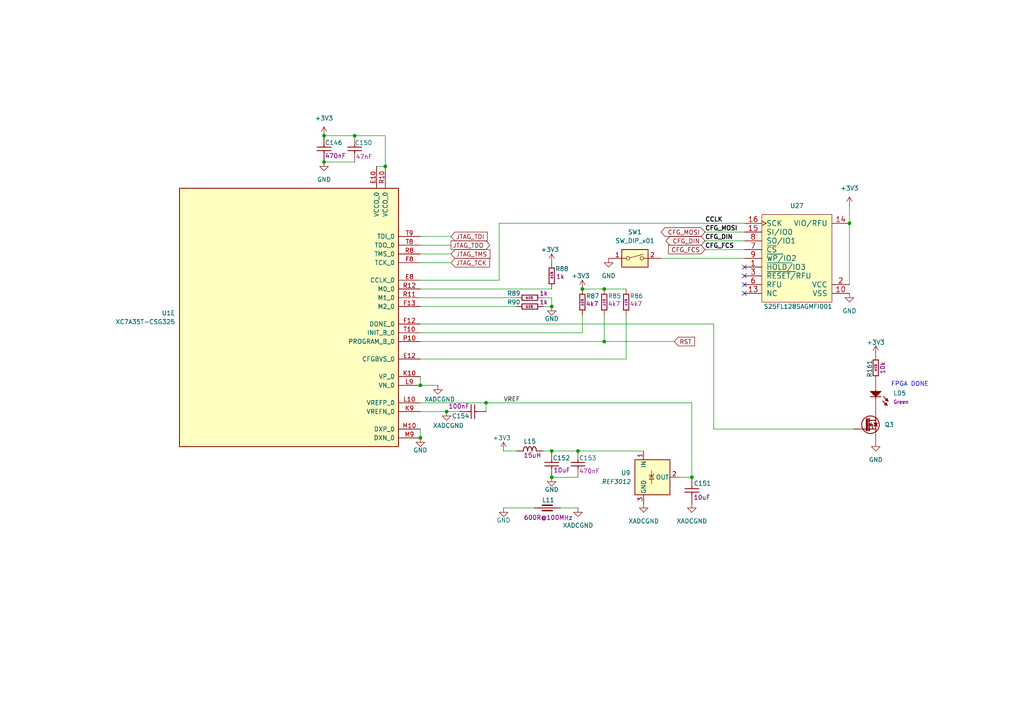
<source format=kicad_sch>
(kicad_sch (version 20250114) (generator "eeschema") (generator_version "9.0")
  (paper "A4")
  (title_block (date "2025-04-18") (rev "${rev}") (company "${name}") (comment 1 "${author}"))
  (lib_symbols
    (symbol "Capacitors SMD:CC0201_470NF_4V_20%_X5R" (pin_names (offset 1.27))
      (property "Reference" "C" (at 3.81 3.048 0))
      (property "Val" "470nF" (at 3.81 -3.048 0))
      (symbol "CC0201_470NF_4V_20%_X5R_0_1"
        (pin passive line (at 0 0 0) (length 2.54) (name "1") (number "1"))
        (pin passive line (at 7.62 0 180) (length 2.54) (name "2") (number "2"))
      )
    )
    (symbol "Capacitors SMD:CC0201_47NF_6.3V_10%_X5R" (pin_names (offset 1.27))
      (property "Reference" "C" (at 3.81 3.048 0))
      (property "Val" "47nF" (at 3.81 -3.048 0))
      (symbol "CC0201_47NF_6.3V_10%_X5R_0_1"
        (pin passive line (at 0 0 0) (length 2.54) (name "1") (number "1"))
        (pin passive line (at 7.62 0 180) (length 2.54) (name "2") (number "2"))
      )
    )
    (symbol "Capacitors SMD:CC0402_10UF_6.3V_20%_X5R" (pin_names (offset 1.27))
      (property "Reference" "C" (at 3.81 3.048 0))
      (property "Val" "10uF" (at 3.81 -3.048 0))
      (symbol "CC0402_10UF_6.3V_20%_X5R_0_1"
        (pin passive line (at 0 0 0) (length 2.54) (name "1") (number "1"))
        (pin passive line (at 7.62 0 180) (length 2.54) (name "2") (number "2"))
      )
    )
    (symbol "Capacitors_SMD:CC0201_100NF_6.3V_10%_X5R" (pin_names (offset 1.27))
      (property "Reference" "C" (at 3.81 3.048 0))
      (property "Val" "100nF" (at 3.81 -3.048 0))
      (symbol "CC0201_100NF_6.3V_10%_X5R_0_1"
        (pin passive line (at 0 0 0) (length 2.54) (name "1") (number "1"))
        (pin passive line (at 7.62 0 180) (length 2.54) (name "2") (number "2"))
      )
    )
    (symbol "FPGA_Xilinx_Artix7:XC7A35T-CSG325" (pin_names (offset 1.016))
      (property "Reference" "U" (at 0 1.27 0))
      (property "Value" "XC7A35T-CSG325" (at 0 -1.27 0))
      (symbol "XC7A35T-CSG325_1_1"
        (pin bidirectional line (at -50.8 53.34 0) (length 6.35) (name "IO_0_14") (number "L14"))
        (pin bidirectional line (at -50.8 50.8 0) (length 6.35) (name "IO_L1P_T0_D00_MOSI_14") (number "K16"))
        (pin bidirectional line (at -50.8 48.26 0) (length 6.35) (name "IO_L1N_T0_D01_DIN_14") (number "L17"))
        (pin bidirectional line (at -50.8 45.72 0) (length 6.35) (name "IO_L2P_T0_D02_14") (number "J15"))
        (pin bidirectional line (at -50.8 43.18 0) (length 6.35) (name "IO_L2N_T0_D03_14") (number "J16"))
        (pin bidirectional line (at -50.8 40.64 0) (length 6.35) (name "IO_L3P_T0_DQS_PUDC_B_14") (number "J18"))
        (pin bidirectional line (at -50.8 38.1 0) (length 6.35) (name "IO_L3N_T0_DQS_EMCCLK_14") (number "K18"))
        (pin bidirectional line (at -50.8 35.56 0) (length 6.35) (name "IO_L4P_T0_D04_14") (number "K17"))
        (pin bidirectional line (at -50.8 33.02 0) (length 6.35) (name "IO_L4N_T0_D05_14") (number "L18"))
        (pin bidirectional line (at -50.8 30.48 0) (length 6.35) (name "IO_L5P_T0_D06_14") (number "J14"))
        (pin bidirectional line (at -50.8 27.94 0) (length 6.35) (name "IO_L5N_T0_D07_14") (number "K15"))
        (pin bidirectional line (at -50.8 25.4 0) (length 6.35) (name "IO_L6P_T0_FCS_B_14") (number "L15"))
        (pin bidirectional line (at -50.8 22.86 0) (length 6.35) (name "IO_L6N_T0_D08_VREF_14") (number "M15"))
        (pin bidirectional line (at -50.8 20.32 0) (length 6.35) (name "IO_L7P_T1_D09_14") (number "M16"))
        (pin bidirectional line (at -50.8 17.78 0) (length 6.35) (name "IO_L7N_T1_D10_14") (number "M17"))
        (pin bidirectional line (at -50.8 15.24 0) (length 6.35) (name "IO_L8P_T1_D11_14") (number "M14"))
        (pin bidirectional line (at -50.8 12.7 0) (length 6.35) (name "IO_L8N_T1_D12_14") (number "N14"))
        (pin bidirectional line (at -50.8 10.16 0) (length 6.35) (name "IO_L9P_T1_DQS_14") (number "N16"))
        (pin bidirectional line (at -50.8 7.62 0) (length 6.35) (name "IO_L9N_T1_DQS_D13_14") (number "N17"))
        (pin bidirectional line (at -50.8 5.08 0) (length 6.35) (name "IO_L10P_T1_D14_14") (number "N18"))
        (pin bidirectional line (at -50.8 2.54 0) (length 6.35) (name "IO_L10N_T1_D15_14") (number "P18"))
        (pin bidirectional line (at -50.8 0 0) (length 6.35) (name "IO_L11P_T1_SRCC_14") (number "P15"))
        (pin bidirectional line (at -50.8 -2.54 0) (length 6.35) (name "IO_L11N_T1_SRCC_14") (number "P16"))
        (pin bidirectional line (at -50.8 -5.08 0) (length 6.35) (name "IO_L12P_T1_MRCC_14") (number "P14"))
        (pin bidirectional line (at -50.8 -7.62 0) (length 6.35) (name "IO_L12N_T1_MRCC_14") (number "R15"))
        (pin bidirectional line (at -50.8 -10.16 0) (length 6.35) (name "IO_L13P_T2_MRCC_14") (number "T14"))
        (pin bidirectional line (at -50.8 -12.7 0) (length 6.35) (name "IO_L13N_T2_MRCC_14") (number "T15"))
        (pin bidirectional line (at -50.8 -15.24 0) (length 6.35) (name "IO_L14P_T2_SRCC_14") (number "R16"))
        (pin bidirectional line (at -50.8 -17.78 0) (length 6.35) (name "IO_L14N_T2_SRCC_14") (number "R17"))
        (pin bidirectional line (at -50.8 -20.32 0) (length 6.35) (name "IO_L15P_T2_DQS_RDWR_B_14") (number "R18"))
        (pin bidirectional line (at -50.8 -22.86 0) (length 6.35) (name "IO_L15N_T2_DQS_DOUT_CSO_B_14") (number "T18"))
        (pin bidirectional line (at -50.8 -25.4 0) (length 6.35) (name "IO_L16P_T2_CSI_B_14") (number "T17"))
        (pin bidirectional line (at -50.8 -27.94 0) (length 6.35) (name "IO_L16N_T2_A15_D31_14") (number "U17"))
        (pin bidirectional line (at -50.8 -30.48 0) (length 6.35) (name "IO_L17P_T2_A14_D30_14") (number "U15"))
        (pin bidirectional line (at -50.8 -33.02 0) (length 6.35) (name "IO_L17N_T2_A13_D29_14") (number "U16"))
        (pin bidirectional line (at -50.8 -35.56 0) (length 6.35) (name "IO_L18P_T2_A12_D28_14") (number "V16"))
        (pin bidirectional line (at -50.8 -38.1 0) (length 6.35) (name "IO_L18N_T2_A11_D27_14") (number "V17"))
        (pin bidirectional line (at -50.8 -40.64 0) (length 6.35) (name "IO_L19P_T3_A10_D26_14") (number "R13"))
        (pin bidirectional line (at -50.8 -43.18 0) (length 6.35) (name "IO_L19N_T3_A09_D25_VREF_14") (number "T13"))
        (pin bidirectional line (at -50.8 -45.72 0) (length 6.35) (name "IO_L20P_T3_A08_D24_14") (number "U14"))
        (pin bidirectional line (at -50.8 -48.26 0) (length 6.35) (name "IO_L20N_T3_A07_D23_14") (number "V14"))
        (pin bidirectional line (at -50.8 -50.8 0) (length 6.35) (name "IO_L21P_T3_DQS_14") (number "V12"))
        (pin bidirectional line (at -50.8 -53.34 0) (length 6.35) (name "IO_L21N_T3_DQS_A06_D22_14") (number "V13"))
        (pin bidirectional line (at -50.8 -55.88 0) (length 6.35) (name "IO_L22P_T3_A05_D21_14") (number "T12"))
        (pin bidirectional line (at -50.8 -58.42 0) (length 6.35) (name "IO_L22N_T3_A04_D20_14") (number "U12"))
        (pin bidirectional line (at -50.8 -60.96 0) (length 6.35) (name "IO_L23P_T3_A03_D19_14") (number "U11"))
        (pin bidirectional line (at -50.8 -63.5 0) (length 6.35) (name "IO_L23N_T3_A02_D18_14") (number "V11"))
        (pin bidirectional line (at -50.8 -66.04 0) (length 6.35) (name "IO_L24P_T3_A01_D17_14") (number "U9"))
        (pin bidirectional line (at -50.8 -68.58 0) (length 6.35) (name "IO_L24N_T3_A00_D16_14") (number "V9"))
        (pin bidirectional line (at -50.8 -71.12 0) (length 6.35) (name "IO_25_14") (number "U10"))
        (pin power_in line (at -40.64 73.66 270) (length 6.35) (name "VCCO_14") (number "L16"))
        (pin power_in line (at -38.1 73.66 270) (length 6.35) (name "VCCO_14") (number "P17"))
        (pin power_in line (at -35.56 73.66 270) (length 6.35) (name "VCCO_14") (number "R14"))
        (pin power_in line (at -33.02 73.66 270) (length 6.35) (name "VCCO_14") (number "T11"))
        (pin power_in line (at -30.48 73.66 270) (length 6.35) (name "VCCO_14") (number "U8"))
        (pin power_in line (at -27.94 73.66 270) (length 6.35) (name "VCCO_14") (number "U18"))
        (pin power_in line (at -25.4 73.66 270) (length 6.35) (name "VCCO_14") (number "V15"))
        (pin power_in line (at 25.4 73.66 270) (length 6.35) (name "VCCO_15") (number "A16"))
        (pin power_in line (at 27.94 73.66 270) (length 6.35) (name "VCCO_15") (number "B13"))
        (pin power_in line (at 30.48 73.66 270) (length 6.35) (name "VCCO_15") (number "C10"))
        (pin power_in line (at 33.02 73.66 270) (length 6.35) (name "VCCO_15") (number "D17"))
        (pin power_in line (at 35.56 73.66 270) (length 6.35) (name "VCCO_15") (number "E14"))
        (pin power_in line (at 38.1 73.66 270) (length 6.35) (name "VCCO_15") (number "G18"))
        (pin power_in line (at 40.64 73.66 270) (length 6.35) (name "VCCO_15") (number "H15"))
        (pin bidirectional line (at 50.8 53.34 180) (length 6.35) (name "IO_0_15") (number "D10"))
        (pin bidirectional line (at 50.8 50.8 180) (length 6.35) (name "IO_L1P_T0_AD0P_15") (number "D8"))
        (pin bidirectional line (at 50.8 48.26 180) (length 6.35) (name "IO_L1N_T0_AD0N_15") (number "C8"))
        (pin bidirectional line (at 50.8 45.72 180) (length 6.35) (name "IO_L2P_T0_AD8P_15") (number "D9"))
        (pin bidirectional line (at 50.8 43.18 180) (length 6.35) (name "IO_L2N_T0_AD8N_15") (number "C9"))
        (pin bidirectional line (at 50.8 40.64 180) (length 6.35) (name "IO_L3P_T0_DQS_AD1P_15") (number "B9"))
        (pin bidirectional line (at 50.8 38.1 180) (length 6.35) (name "IO_L3N_T0_DQS_AD1N_15") (number "A9"))
        (pin bidirectional line (at 50.8 35.56 180) (length 6.35) (name "IO_L4P_T0_15") (number "C11"))
        (pin bidirectional line (at 50.8 33.02 180) (length 6.35) (name "IO_L4N_T0_15") (number "B11"))
        (pin bidirectional line (at 50.8 30.48 180) (length 6.35) (name "IO_L5P_T0_AD9P_15") (number "B10"))
        (pin bidirectional line (at 50.8 27.94 180) (length 6.35) (name "IO_L5N_T0_AD9N_15") (number "A10"))
        (pin bidirectional line (at 50.8 25.4 180) (length 6.35) (name "IO_L6P_T0_15") (number "D11"))
        (pin bidirectional line (at 50.8 22.86 180) (length 6.35) (name "IO_L6N_T0_VREF_15") (number "C12"))
        (pin bidirectional line (at 50.8 20.32 180) (length 6.35) (name "IO_L7P_T1_AD2P_15") (number "B12"))
        (pin bidirectional line (at 50.8 17.78 180) (length 6.35) (name "IO_L7N_T1_AD2N_15") (number "A12"))
        (pin bidirectional line (at 50.8 15.24 180) (length 6.35) (name "IO_L8P_T1_AD10P_15") (number "A13"))
        (pin bidirectional line (at 50.8 12.7 180) (length 6.35) (name "IO_L8N_T1_AD10N_15") (number "A14"))
        (pin bidirectional line (at 50.8 10.16 180) (length 6.35) (name "IO_L9P_T1_DQS_AD3P_15") (number "C14"))
        (pin bidirectional line (at 50.8 7.62 180) (length 6.35) (name "IO_L9N_T1_DQS_AD3N_15") (number "B15"))
        (pin bidirectional line (at 50.8 5.08 180) (length 6.35) (name "IO_L10P_T1_AD11P_15") (number "B14"))
        (pin bidirectional line (at 50.8 2.54 180) (length 6.35) (name "IO_L10N_T1_AD11N_15") (number "A15"))
        (pin bidirectional line (at 50.8 0 180) (length 6.35) (name "IO_L11P_T1_SRCC_15") (number "D13"))
        (pin bidirectional line (at 50.8 -2.54 180) (length 6.35) (name "IO_L11N_T1_SRCC_15") (number "C13"))
        (pin bidirectional line (at 50.8 -5.08 180) (length 6.35) (name "IO_L12P_T1_MRCC_15") (number "E13"))
        (pin bidirectional line (at 50.8 -7.62 180) (length 6.35) (name "IO_L12N_T1_MRCC_15") (number "D14"))
        (pin bidirectional line (at 50.8 -10.16 180) (length 6.35) (name "IO_L13P_T2_MRCC_15") (number "E15"))
        (pin bidirectional line (at 50.8 -12.7 180) (length 6.35) (name "IO_L13N_T2_MRCC_15") (number "D15"))
        (pin bidirectional line (at 50.8 -15.24 180) (length 6.35) (name "IO_L14P_T2_SRCC_15") (number "E16"))
        (pin bidirectional line (at 50.8 -17.78 180) (length 6.35) (name "IO_L14N_T2_SRCC_15") (number "D16"))
        (pin bidirectional line (at 50.8 -20.32 180) (length 6.35) (name "IO_L15P_T2_DQS_15") (number "B16"))
        (pin bidirectional line (at 50.8 -22.86 180) (length 6.35) (name "IO_L15N_T2_DQS_ADV_B_15") (number "A17"))
        (pin bidirectional line (at 50.8 -25.4 180) (length 6.35) (name "IO_L16P_T2_A28_15") (number "C16"))
        (pin bidirectional line (at 50.8 -27.94 180) (length 6.35) (name "IO_L16N_T2_A27_15") (number "B17"))
        (pin bidirectional line (at 50.8 -30.48 180) (length 6.35) (name "IO_L17P_T2_A26_15") (number "E17"))
        (pin bidirectional line (at 50.8 -33.02 180) (length 6.35) (name "IO_L17N_T2_A25_15") (number "D18"))
        (pin bidirectional line (at 50.8 -35.56 180) (length 6.35) (name "IO_L18P_T2_A24_15") (number "C17"))
        (pin bidirectional line (at 50.8 -38.1 180) (length 6.35) (name "IO_L18N_T2_A23_15") (number "C18"))
        (pin bidirectional line (at 50.8 -40.64 180) (length 6.35) (name "IO_L19P_T3_A22_15") (number "G17"))
        (pin bidirectional line (at 50.8 -43.18 180) (length 6.35) (name "IO_L19N_T3_A21_VREF_15") (number "F18"))
        (pin bidirectional line (at 50.8 -45.72 180) (length 6.35) (name "IO_L20P_T3_A20_15") (number "H16"))
        (pin bidirectional line (at 50.8 -48.26 180) (length 6.35) (name "IO_L20N_T3_A19_15") (number "G16"))
        (pin bidirectional line (at 50.8 -50.8 180) (length 6.35) (name "IO_L21P_T3_DQS_15") (number "G15"))
        (pin bidirectional line (at 50.8 -53.34 180) (length 6.35) (name "IO_L21N_T3_DQS_A18_15") (number "F15"))
        (pin bidirectional line (at 50.8 -55.88 180) (length 6.35) (name "IO_L22P_T3_A17_15") (number "G14"))
        (pin bidirectional line (at 50.8 -58.42 180) (length 6.35) (name "IO_L22N_T3_A16_15") (number "F14"))
        (pin bidirectional line (at 50.8 -60.96 180) (length 6.35) (name "IO_L23P_T3_FOE_B_15") (number "H17"))
        (pin bidirectional line (at 50.8 -63.5 180) (length 6.35) (name "IO_L23N_T3_FWE_B_15") (number "H18"))
        (pin bidirectional line (at 50.8 -66.04 180) (length 6.35) (name "IO_L24P_T3_RS1_15") (number "F17"))
        (pin bidirectional line (at 50.8 -68.58 180) (length 6.35) (name "IO_L24N_T3_RS0_15") (number "E18"))
        (pin bidirectional line (at 50.8 -71.12 180) (length 6.35) (name "IO_25_15") (number "H14"))
      )
      (symbol "XC7A35T-CSG325_2_1"
        (pin bidirectional line (at -50.8 53.34 0) (length 6.35) (name "IO_0_34") (number "J6"))
        (pin bidirectional line (at -50.8 50.8 0) (length 6.35) (name "IO_L1P_T0_34") (number "K6"))
        (pin bidirectional line (at -50.8 48.26 0) (length 6.35) (name "IO_L1N_T0_34") (number "K5"))
        (pin bidirectional line (at -50.8 45.72 0) (length 6.35) (name "IO_L2P_T0_34") (number "J5"))
        (pin bidirectional line (at -50.8 43.18 0) (length 6.35) (name "IO_L2N_T0_34") (number "J4"))
        (pin bidirectional line (at -50.8 40.64 0) (length 6.35) (name "IO_L3P_T0_DQS_34") (number "K2"))
        (pin bidirectional line (at -50.8 38.1 0) (length 6.35) (name "IO_L3N_T0_DQS_34") (number "K1"))
        (pin bidirectional line (at -50.8 35.56 0) (length 6.35) (name "IO_L4P_T0_34") (number "K3"))
        (pin bidirectional line (at -50.8 33.02 0) (length 6.35) (name "IO_L4N_T0_34") (number "L2"))
        (pin bidirectional line (at -50.8 30.48 0) (length 6.35) (name "IO_L5P_T0_34") (number "L4"))
        (pin bidirectional line (at -50.8 27.94 0) (length 6.35) (name "IO_L5N_T0_34") (number "L3"))
        (pin bidirectional line (at -50.8 25.4 0) (length 6.35) (name "IO_L6P_T0_34") (number "L5"))
        (pin bidirectional line (at -50.8 22.86 0) (length 6.35) (name "IO_L6N_T0_VREF_34") (number "M5"))
        (pin bidirectional line (at -50.8 20.32 0) (length 6.35) (name "IO_L7P_T1_34") (number "M2"))
        (pin bidirectional line (at -50.8 17.78 0) (length 6.35) (name "IO_L7N_T1_34") (number "M1"))
        (pin bidirectional line (at -50.8 15.24 0) (length 6.35) (name "IO_L8P_T1_34") (number "M6"))
        (pin bidirectional line (at -50.8 12.7 0) (length 6.35) (name "IO_L8N_T1_34") (number "N6"))
        (pin bidirectional line (at -50.8 10.16 0) (length 6.35) (name "IO_L9P_T1_DQS_34") (number "N1"))
        (pin bidirectional line (at -50.8 7.62 0) (length 6.35) (name "IO_L9N_T1_DQS_34") (number "P1"))
        (pin bidirectional line (at -50.8 5.08 0) (length 6.35) (name "IO_L10P_T1_34") (number "M4"))
        (pin bidirectional line (at -50.8 2.54 0) (length 6.35) (name "IO_L10N_T1_34") (number "N4"))
        (pin bidirectional line (at -50.8 0 0) (length 6.35) (name "IO_L11P_T1_SRCC_34") (number "N3"))
        (pin bidirectional line (at -50.8 -2.54 0) (length 6.35) (name "IO_L11N_T1_SRCC_34") (number "N2"))
        (pin bidirectional line (at -50.8 -5.08 0) (length 6.35) (name "IO_L12P_T1_MRCC_34") (number "P4"))
        (pin bidirectional line (at -50.8 -7.62 0) (length 6.35) (name "IO_L12N_T1_MRCC_34") (number "P3"))
        (pin bidirectional line (at -50.8 -10.16 0) (length 6.35) (name "IO_L13P_T2_MRCC_34") (number "R2"))
        (pin bidirectional line (at -50.8 -12.7 0) (length 6.35) (name "IO_L13N_T2_MRCC_34") (number "R1"))
        (pin bidirectional line (at -50.8 -15.24 0) (length 6.35) (name "IO_L14P_T2_SRCC_34") (number "R3"))
        (pin bidirectional line (at -50.8 -17.78 0) (length 6.35) (name "IO_L14N_T2_SRCC_34") (number "T2"))
        (pin bidirectional line (at -50.8 -20.32 0) (length 6.35) (name "IO_L15P_T2_DQS_34") (number "U2"))
        (pin bidirectional line (at -50.8 -22.86 0) (length 6.35) (name "IO_L15N_T2_DQS_34") (number "U1"))
        (pin bidirectional line (at -50.8 -25.4 0) (length 6.35) (name "IO_L16P_T2_34") (number "V3"))
        (pin bidirectional line (at -50.8 -27.94 0) (length 6.35) (name "IO_L16N_T2_34") (number "V2"))
        (pin bidirectional line (at -50.8 -30.48 0) (length 6.35) (name "IO_L17P_T2_34") (number "T4"))
        (pin bidirectional line (at -50.8 -33.02 0) (length 6.35) (name "IO_L17N_T2_34") (number "T3"))
        (pin bidirectional line (at -50.8 -35.56 0) (length 6.35) (name "IO_L18P_T2_34") (number "U4"))
        (pin bidirectional line (at -50.8 -38.1 0) (length 6.35) (name "IO_L18N_T2_34") (number "V4"))
        (pin bidirectional line (at -50.8 -40.64 0) (length 6.35) (name "IO_L19P_T3_34") (number "P6"))
        (pin bidirectional line (at -50.8 -43.18 0) (length 6.35) (name "IO_L19N_T3_VREF_34") (number "P5"))
        (pin bidirectional line (at -50.8 -45.72 0) (length 6.35) (name "IO_L20P_T3_34") (number "U6"))
        (pin bidirectional line (at -50.8 -48.26 0) (length 6.35) (name "IO_L20N_T3_34") (number "U5"))
        (pin bidirectional line (at -50.8 -50.8 0) (length 6.35) (name "IO_L21P_T3_DQS_34") (number "R5"))
        (pin bidirectional line (at -50.8 -53.34 0) (length 6.35) (name "IO_L21N_T3_DQS_34") (number "T5"))
        (pin bidirectional line (at -50.8 -55.88 0) (length 6.35) (name "IO_L22P_T3_34") (number "R7"))
        (pin bidirectional line (at -50.8 -58.42 0) (length 6.35) (name "IO_L22N_T3_34") (number "T7"))
        (pin bidirectional line (at -50.8 -60.96 0) (length 6.35) (name "IO_L23P_T3_34") (number "U7"))
        (pin bidirectional line (at -50.8 -63.5 0) (length 6.35) (name "IO_L23N_T3_34") (number "V6"))
        (pin bidirectional line (at -50.8 -66.04 0) (length 6.35) (name "IO_L24P_T3_34") (number "V8"))
        (pin bidirectional line (at -50.8 -68.58 0) (length 6.35) (name "IO_L24N_T3_34") (number "V7"))
        (pin bidirectional line (at -50.8 -71.12 0) (length 6.35) (name "IO_25_34") (number "R6"))
        (pin power_in line (at -40.64 73.66 270) (length 6.35) (name "VCCO_34") (number "L6"))
        (pin power_in line (at -38.1 73.66 270) (length 6.35) (name "VCCO_34") (number "M3"))
        (pin power_in line (at -35.56 73.66 270) (length 6.35) (name "VCCO_34") (number "P7"))
        (pin power_in line (at -33.02 73.66 270) (length 6.35) (name "VCCO_34") (number "R4"))
        (pin power_in line (at -30.48 73.66 270) (length 6.35) (name "VCCO_34") (number "T1"))
        (pin power_in line (at -27.94 73.66 270) (length 6.35) (name "VCCO_34") (number "V5"))
      )
      (symbol "XC7A35T-CSG325_3_1"
        (pin bidirectional line (at -38.1 27.94 0) (length 6.35) (name "MGTPTXP0_216") (number "H2"))
        (pin bidirectional line (at -38.1 25.4 0) (length 6.35) (name "MGTPTXN0_216") (number "H1"))
        (pin bidirectional line (at -38.1 22.86 0) (length 6.35) (name "MGTPTXP1_216") (number "F2"))
        (pin bidirectional line (at -38.1 20.32 0) (length 6.35) (name "MGTPTXN1_216") (number "F1"))
        (pin bidirectional line (at -38.1 17.78 0) (length 6.35) (name "MGTPTXP2_216") (number "D2"))
        (pin bidirectional line (at -38.1 15.24 0) (length 6.35) (name "MGTPTXN2_216") (number "D1"))
        (pin bidirectional line (at -38.1 12.7 0) (length 6.35) (name "MGTPTXP3_216") (number "B2"))
        (pin bidirectional line (at -38.1 10.16 0) (length 6.35) (name "MGTPTXN3_216") (number "B1"))
        (pin bidirectional line (at -38.1 5.08 0) (length 6.35) (name "MGTPRXP0_216") (number "E4"))
        (pin bidirectional line (at -38.1 2.54 0) (length 6.35) (name "MGTPRXN0_216") (number "E3"))
        (pin bidirectional line (at -38.1 0 0) (length 6.35) (name "MGTPRXP1_216") (number "A4"))
        (pin bidirectional line (at -38.1 -2.54 0) (length 6.35) (name "MGTPRXN1_216") (number "A3"))
        (pin bidirectional line (at -38.1 -5.08 0) (length 6.35) (name "MGTPRXP2_216") (number "C4"))
        (pin bidirectional line (at -38.1 -7.62 0) (length 6.35) (name "MGTPRXN2_216") (number "C3"))
        (pin bidirectional line (at -38.1 -10.16 0) (length 6.35) (name "MGTPRXP3_216") (number "G4"))
        (pin bidirectional line (at -38.1 -12.7 0) (length 6.35) (name "MGTPRXN3_216") (number "G3"))
        (pin bidirectional line (at -38.1 -17.78 0) (length 6.35) (name "MGTREFCLK0P_216") (number "D6"))
        (pin bidirectional line (at -38.1 -20.32 0) (length 6.35) (name "MGTREFCLK0N_216") (number "D5"))
        (pin bidirectional line (at -38.1 -22.86 0) (length 6.35) (name "MGTREFCLK1P_216") (number "B6"))
        (pin bidirectional line (at -38.1 -25.4 0) (length 6.35) (name "MGTREFCLK1N_216") (number "B5"))
      )
      (symbol "XC7A35T-CSG325_4_1"
        (pin power_in line (at -38.1 7.62 0) (length 6.35) (name "MGTAVCC") (number "B4"))
        (pin power_in line (at -38.1 5.08 0) (length 6.35) (name "MGTAVCC") (number "C5"))
        (pin power_in line (at -38.1 2.54 0) (length 6.35) (name "MGTAVCC") (number "E5"))
        (pin power_in line (at -38.1 0 0) (length 6.35) (name "MGTAVCC") (number "F5"))
        (pin power_in line (at 38.1 7.62 180) (length 6.35) (name "MGTAVTT") (number "A2"))
        (pin power_in line (at 38.1 5.08 180) (length 6.35) (name "MGTAVTT") (number "C1"))
        (pin power_in line (at 38.1 2.54 180) (length 6.35) (name "MGTAVTT") (number "E1"))
        (pin power_in line (at 38.1 0 180) (length 6.35) (name "MGTAVTT") (number "F3"))
        (pin power_in line (at 38.1 -2.54 180) (length 6.35) (name "MGTAVTT") (number "G2"))
        (pin power_in line (at 38.1 -7.62 180) (length 6.35) (name "MGTRREF_216") (number "A6"))
      )
      (symbol "XC7A35T-CSG325_5_1"
        (pin power_in line (at 25.4 40.64 270) (length 6.35) (name "VCCO_0") (number "E10"))
        (pin power_in line (at 27.94 40.64 270) (length 6.35) (name "VCCO_0") (number "R10"))
        (pin bidirectional line (at 38.1 20.32 180) (length 6.35) (name "TDI_0") (number "T9"))
        (pin bidirectional line (at 38.1 17.78 180) (length 6.35) (name "TDO_0") (number "T8"))
        (pin bidirectional line (at 38.1 15.24 180) (length 6.35) (name "TMS_0") (number "R8"))
        (pin bidirectional line (at 38.1 12.7 180) (length 6.35) (name "TCK_0") (number "F8"))
        (pin bidirectional line (at 38.1 7.62 180) (length 6.35) (name "CCLK_0") (number "E8"))
        (pin bidirectional line (at 38.1 5.08 180) (length 6.35) (name "M0_0") (number "R12"))
        (pin bidirectional line (at 38.1 2.54 180) (length 6.35) (name "M1_0") (number "R11"))
        (pin bidirectional line (at 38.1 0 180) (length 6.35) (name "M2_0") (number "F13"))
        (pin bidirectional line (at 38.1 -5.08 180) (length 6.35) (name "DONE_0") (number "F12"))
        (pin bidirectional line (at 38.1 -7.62 180) (length 6.35) (name "INIT_B_0") (number "T10"))
        (pin bidirectional line (at 38.1 -10.16 180) (length 6.35) (name "PROGRAM_B_0") (number "P10"))
        (pin bidirectional line (at 38.1 -15.24 180) (length 6.35) (name "CFGBVS_0") (number "E12"))
        (pin bidirectional line (at 38.1 -20.32 180) (length 6.35) (name "VP_0") (number "K10"))
        (pin bidirectional line (at 38.1 -22.86 180) (length 6.35) (name "VN_0") (number "L9"))
        (pin bidirectional line (at 38.1 -27.94 180) (length 6.35) (name "VREFP_0") (number "L10"))
        (pin bidirectional line (at 38.1 -30.48 180) (length 6.35) (name "VREFN_0") (number "K9"))
        (pin bidirectional line (at 38.1 -35.56 180) (length 6.35) (name "DXP_0") (number "M10"))
        (pin bidirectional line (at 38.1 -38.1 180) (length 6.35) (name "DXN_0") (number "M9"))
      )
      (symbol "XC7A35T-CSG325_6_1"
        (pin power_in line (at -25.4 71.12 0) (length 6.35) (name "VCCAUX") (number "G12"))
        (pin power_in line (at -25.4 68.58 0) (length 6.35) (name "VCCAUX") (number "H13"))
        (pin power_in line (at -25.4 66.04 0) (length 6.35) (name "VCCAUX") (number "K13"))
        (pin power_in line (at -25.4 63.5 0) (length 6.35) (name "VCCAUX") (number "M13"))
        (pin power_in line (at -25.4 60.96 0) (length 6.35) (name "VCCAUX") (number "P13"))
        (pin power_in line (at -25.4 55.88 0) (length 6.35) (name "GNDADC_0") (number "J9"))
        (pin power_in line (at -25.4 53.34 0) (length 6.35) (name "VCCADC_0") (number "J10"))
        (pin power_in line (at -25.4 50.8 0) (length 6.35) (name "VCCBATT_0") (number "E11"))
        (pin power_in line (at -25.4 48.26 0) (length 6.35) (name "VCCBRAM") (number "F11"))
        (pin power_in line (at -25.4 45.72 0) (length 6.35) (name "VCCBRAM") (number "G10"))
        (pin power_in line (at -25.4 43.18 0) (length 6.35) (name "VCCBRAM") (number "H11"))
        (pin power_in line (at -25.4 22.86 0) (length 6.35) (name "GND") (number "A1"))
        (pin power_in line (at -25.4 20.32 0) (length 6.35) (name "GND") (number "A5"))
        (pin power_in line (at -25.4 17.78 0) (length 6.35) (name "GND") (number "A7"))
        (pin power_in line (at -25.4 15.24 0) (length 6.35) (name "GND") (number "A8"))
        (pin power_in line (at -25.4 12.7 0) (length 6.35) (name "GND") (number "A11"))
        (pin power_in line (at -25.4 10.16 0) (length 6.35) (name "GND") (number "A18"))
        (pin power_in line (at -25.4 7.62 0) (length 6.35) (name "GND") (number "B3"))
        (pin power_in line (at -25.4 5.08 0) (length 6.35) (name "GND") (number "B7"))
        (pin power_in line (at -25.4 2.54 0) (length 6.35) (name "GND") (number "B8"))
        (pin power_in line (at -25.4 0 0) (length 6.35) (name "GND") (number "B18"))
        (pin power_in line (at -25.4 -2.54 0) (length 6.35) (name "GND") (number "C2"))
        (pin power_in line (at -25.4 -5.08 0) (length 6.35) (name "GND") (number "C6"))
        (pin power_in line (at -25.4 -7.62 0) (length 6.35) (name "GND") (number "C7"))
        (pin power_in line (at -25.4 -10.16 0) (length 6.35) (name "GND") (number "C15"))
        (pin power_in line (at -25.4 -12.7 0) (length 6.35) (name "GND") (number "D3"))
        (pin power_in line (at -25.4 -15.24 0) (length 6.35) (name "GND") (number "D4"))
        (pin power_in line (at -25.4 -17.78 0) (length 6.35) (name "GND") (number "D7"))
        (pin power_in line (at -25.4 -20.32 0) (length 6.35) (name "GND") (number "D12"))
        (pin power_in line (at -25.4 -22.86 0) (length 6.35) (name "GND") (number "E2"))
        (pin power_in line (at -25.4 -25.4 0) (length 6.35) (name "GND") (number "E6"))
        (pin power_in line (at -25.4 -27.94 0) (length 6.35) (name "GND") (number "E7"))
        (pin power_in line (at -25.4 -30.48 0) (length 6.35) (name "GND") (number "E9"))
        (pin power_in line (at -25.4 -33.02 0) (length 6.35) (name "GND") (number "F4"))
        (pin power_in line (at -25.4 -35.56 0) (length 6.35) (name "GND") (number "F6"))
        (pin power_in line (at -25.4 -38.1 0) (length 6.35) (name "GND") (number "F10"))
        (pin power_in line (at -25.4 -40.64 0) (length 6.35) (name "GND") (number "F16"))
        (pin power_in line (at -25.4 -43.18 0) (length 6.35) (name "GND") (number "G1"))
        (pin power_in line (at -25.4 -45.72 0) (length 6.35) (name "GND") (number "G5"))
        (pin power_in line (at -25.4 -48.26 0) (length 6.35) (name "GND") (number "G6"))
        (pin power_in line (at -25.4 -50.8 0) (length 6.35) (name "GND") (number "G7"))
        (pin power_in line (at -25.4 -53.34 0) (length 6.35) (name "GND") (number "G9"))
        (pin power_in line (at -25.4 -55.88 0) (length 6.35) (name "GND") (number "G11"))
        (pin power_in line (at -25.4 -58.42 0) (length 6.35) (name "GND") (number "G13"))
        (pin power_in line (at -25.4 -60.96 0) (length 6.35) (name "GND") (number "H3"))
        (pin power_in line (at -25.4 -63.5 0) (length 6.35) (name "GND") (number "H4"))
        (pin power_in line (at -25.4 -66.04 0) (length 6.35) (name "GND") (number "H5"))
        (pin power_in line (at -25.4 -68.58 0) (length 6.35) (name "GND") (number "H6"))
        (pin power_in line (at -25.4 -71.12 0) (length 6.35) (name "GND") (number "H8"))
        (pin power_in line (at 25.4 71.12 180) (length 6.35) (name "VCCINT") (number "F7"))
        (pin power_in line (at 25.4 68.58 180) (length 6.35) (name "VCCINT") (number "F9"))
        (pin power_in line (at 25.4 66.04 180) (length 6.35) (name "VCCINT") (number "G8"))
        (pin power_in line (at 25.4 63.5 180) (length 6.35) (name "VCCINT") (number "H7"))
        (pin power_in line (at 25.4 60.96 180) (length 6.35) (name "VCCINT") (number "H9"))
        (pin power_in line (at 25.4 58.42 180) (length 6.35) (name "VCCINT") (number "J8"))
        (pin power_in line (at 25.4 55.88 180) (length 6.35) (name "VCCINT") (number "J12"))
        (pin power_in line (at 25.4 53.34 180) (length 6.35) (name "VCCINT") (number "K7"))
        (pin power_in line (at 25.4 50.8 180) (length 6.35) (name "VCCINT") (number "K11"))
        (pin power_in line (at 25.4 48.26 180) (length 6.35) (name "VCCINT") (number "L8"))
        (pin power_in line (at 25.4 45.72 180) (length 6.35) (name "VCCINT") (number "L12"))
        (pin power_in line (at 25.4 43.18 180) (length 6.35) (name "VCCINT") (number "M7"))
        (pin power_in line (at 25.4 40.64 180) (length 6.35) (name "VCCINT") (number "M11"))
        (pin power_in line (at 25.4 38.1 180) (length 6.35) (name "VCCINT") (number "N8"))
        (pin power_in line (at 25.4 35.56 180) (length 6.35) (name "VCCINT") (number "N10"))
        (pin power_in line (at 25.4 33.02 180) (length 6.35) (name "VCCINT") (number "N12"))
        (pin power_in line (at 25.4 30.48 180) (length 6.35) (name "VCCINT") (number "P9"))
        (pin power_in line (at 25.4 27.94 180) (length 6.35) (name "VCCINT") (number "P11"))
        (pin power_in line (at 25.4 20.32 180) (length 6.35) (name "GND") (number "H10"))
        (pin power_in line (at 25.4 17.78 180) (length 6.35) (name "GND") (number "H12"))
        (pin power_in line (at 25.4 15.24 180) (length 6.35) (name "GND") (number "J1"))
        (pin power_in line (at 25.4 12.7 180) (length 6.35) (name "GND") (number "J2"))
        (pin power_in line (at 25.4 10.16 180) (length 6.35) (name "GND") (number "J3"))
        (pin power_in line (at 25.4 7.62 180) (length 6.35) (name "GND") (number "J7"))
        (pin power_in line (at 25.4 5.08 180) (length 6.35) (name "GND") (number "J11"))
        (pin power_in line (at 25.4 2.54 180) (length 6.35) (name "GND") (number "J13"))
        (pin power_in line (at 25.4 0 180) (length 6.35) (name "GND") (number "J17"))
        (pin power_in line (at 25.4 -2.54 180) (length 6.35) (name "GND") (number "K4"))
        (pin power_in line (at 25.4 -5.08 180) (length 6.35) (name "GND") (number "K8"))
        (pin power_in line (at 25.4 -7.62 180) (length 6.35) (name "GND") (number "K12"))
        (pin power_in line (at 25.4 -10.16 180) (length 6.35) (name "GND") (number "K14"))
        (pin power_in line (at 25.4 -12.7 180) (length 6.35) (name "GND") (number "L1"))
        (pin power_in line (at 25.4 -15.24 180) (length 6.35) (name "GND") (number "L7"))
        (pin power_in line (at 25.4 -17.78 180) (length 6.35) (name "GND") (number "L11"))
        (pin power_in line (at 25.4 -20.32 180) (length 6.35) (name "GND") (number "L13"))
        (pin power_in line (at 25.4 -22.86 180) (length 6.35) (name "GND") (number "M8"))
        (pin power_in line (at 25.4 -25.4 180) (length 6.35) (name "GND") (number "M12"))
        (pin power_in line (at 25.4 -27.94 180) (length 6.35) (name "GND") (number "M18"))
        (pin power_in line (at 25.4 -30.48 180) (length 6.35) (name "GND") (number "N5"))
        (pin power_in line (at 25.4 -33.02 180) (length 6.35) (name "GND") (number "N7"))
        (pin power_in line (at 25.4 -35.56 180) (length 6.35) (name "GND") (number "N9"))
        (pin power_in line (at 25.4 -38.1 180) (length 6.35) (name "GND") (number "N11"))
        (pin power_in line (at 25.4 -40.64 180) (length 6.35) (name "GND") (number "N13"))
        (pin power_in line (at 25.4 -43.18 180) (length 6.35) (name "GND") (number "N15"))
        (pin power_in line (at 25.4 -45.72 180) (length 6.35) (name "GND") (number "P2"))
        (pin power_in line (at 25.4 -48.26 180) (length 6.35) (name "GND") (number "P8"))
        (pin power_in line (at 25.4 -50.8 180) (length 6.35) (name "GND") (number "P12"))
        (pin power_in line (at 25.4 -53.34 180) (length 6.35) (name "GND") (number "R9"))
        (pin power_in line (at 25.4 -55.88 180) (length 6.35) (name "GND") (number "T6"))
        (pin power_in line (at 25.4 -58.42 180) (length 6.35) (name "GND") (number "T16"))
        (pin power_in line (at 25.4 -60.96 180) (length 6.35) (name "GND") (number "U3"))
        (pin power_in line (at 25.4 -63.5 180) (length 6.35) (name "GND") (number "U13"))
        (pin power_in line (at 25.4 -66.04 180) (length 6.35) (name "GND") (number "V1"))
        (pin power_in line (at 25.4 -68.58 180) (length 6.35) (name "GND") (number "V10"))
        (pin power_in line (at 25.4 -71.12 180) (length 6.35) (name "GND") (number "V18"))
      )
    )
    (symbol "Inductors SMD:IND0603_MURATA_BLM18AG601SN1" (pin_names (offset 1.27))
      (property "Reference" "L" (at 3.81 1.778 0))
      (property "Val" "600R@100MHz" (at 3.81 -1.778 0))
      (symbol "IND0603_MURATA_BLM18AG601SN1_0_1"
        (pin passive line (at 0 0 0) (length 1.27) (name "1") (number "1"))
        (pin passive line (at 7.62 0 180) (length 1.27) (name "2") (number "2"))
      )
      (symbol "IND0603_MURATA_BLM18AG601SN1_0_2"
        (pin passive line (at 0 0 0) (length 1.524) (name "1") (number "1"))
        (pin passive line (at 7.62 0 180) (length 1.524) (name "2") (number "2"))
      )
    )
    (symbol "Inductors SMD:IND0805_TDK_MLZ2012M150WT000" (pin_names (offset 1.27))
      (property "Reference" "L" (at 3.81 2.54 0))
      (property "Val" "15uH" (at 3.81 -1.27 0))
      (symbol "IND0805_TDK_MLZ2012M150WT000_0_1"
        (pin passive line (at 0 0 0) (length 1.905) (name "1") (number "1"))
        (pin passive line (at 7.62 0 180) (length 1.905) (name "2") (number "2"))
      )
    )
    (symbol "LEDs & Displays:LED_KINGBRIGHT_KPH-1608CGCK" (pin_names (offset 1.27))
      (property "Reference" "LD" (at -1.27 2.54 0))
      (property "Color" "Green" (at 0 -2.54 0))
      (symbol "LED_KINGBRIGHT_KPH-1608CGCK_0_1"
        (pin passive line (at -3.81 0 0) (length 2.54) (name "A") (number "2"))
        (pin passive line (at 3.81 0 180) (length 2.54) (name "C") (number "1"))
      )
      (symbol "LED_KINGBRIGHT_KPH-1608CGCK_0_2"
        (pin passive line (at -3.81 0 0) (length 2.54) (name "A") (number "2"))
        (pin passive line (at 3.81 0 180) (length 2.54) (name "C") (number "1"))
      )
    )
    (symbol "Logic:S25FL128SAGMFI001" (pin_names (offset 1.27))
      (property "Reference" "IC" (at 10.16 1.27 0))
      (symbol "S25FL128SAGMFI001_0_1"
        (pin input clock (at -5.08 -2.54 0) (length 5.08) (name "SCK") (number "16"))
        (pin bidirectional line (at -5.08 -5.08 0) (length 5.08) (name "SI/IO0") (number "15"))
        (pin bidirectional line (at -5.08 -7.62 0) (length 5.08) (name "SO/IO1") (number "8"))
        (pin input line (at -5.08 -10.16 0) (length 5.08) (name "~{CS}") (number "7"))
        (pin bidirectional line (at -5.08 -12.7 0) (length 5.08) (name "~{WP/}IO2") (number "9"))
        (pin bidirectional line (at -5.08 -15.24 0) (length 5.08) (name "~{HOLD/}IO3") (number "1"))
        (pin input line (at -5.08 -17.78 0) (length 5.08) (name "~{RESET/}RFU") (number "3"))
        (pin passive line (at -5.08 -20.32 0) (length 5.08) (name "RFU") (number "6"))
        (pin passive line (at -5.08 -22.86 0) (length 5.08) (name "NC") (number "13"))
        (pin power_in line (at 25.4 -2.54 180) (length 5.08) (name "VIO/RFU") (number "14"))
        (pin power_in line (at 25.4 -20.32 180) (length 5.08) (name "VCC") (number "2"))
        (pin power_in line (at 25.4 -22.86 180) (length 5.08) (name "VSS") (number "10"))
      )
    )
    (symbol "Reference_Voltage:REF3012" (pin_names (offset 0.254))
      (property "Reference" "U" (at 0 6.35 0))
      (property "Value" "REF3012" (at 2.54 -6.35 0))
      (symbol "REF3012_1_1"
        (pin power_in line (at -2.54 7.62 270) (length 2.54) (name "IN") (number "1"))
        (pin power_in line (at -2.54 -7.62 90) (length 2.54) (name "GND") (number "3"))
        (pin power_out line (at 7.62 0 180) (length 2.54) (name "OUT") (number "2"))
      )
    )
    (symbol "Resistors SMD:R0402_10K_1%_0.0625W_100PPM" (pin_names (offset 1.27))
      (property "Reference" "R" (at 3.81 1.778 0))
      (property "Tolerance" "±1%" (at 3.81 0 0))
      (property "Val" "10k" (at 3.81 -1.778 0))
      (symbol "R0402_10K_1%_0.0625W_100PPM_0_1"
        (pin passive line (at 0 0 0) (length 1.524) (name "1") (number "1"))
        (pin passive line (at 7.62 0 180) (length 1.524) (name "2") (number "2"))
      )
    )
    (symbol "Resistors SMD:R0402_1K_1%_0.0625W_100PPM" (pin_names (offset 1.27))
      (property "Reference" "R" (at 3.81 1.778 0))
      (property "Tolerance" "±1%" (at 3.81 0 0))
      (property "Val" "1k" (at 3.81 -1.778 0))
      (symbol "R0402_1K_1%_0.0625W_100PPM_0_1"
        (pin passive line (at 0 0 0) (length 1.524) (name "1") (number "1"))
        (pin passive line (at 7.62 0 180) (length 1.524) (name "2") (number "2"))
      )
    )
    (symbol "Resistors SMD:R0402_4K7_1%_0.0625W_100PPM" (pin_names (offset 1.27))
      (property "Reference" "R" (at 3.81 1.778 0))
      (property "Tolerance" "±1%" (at 3.81 0 0))
      (property "Val" "4k7" (at 3.81 -1.778 0))
      (symbol "R0402_4K7_1%_0.0625W_100PPM_0_1"
        (pin passive line (at 0 0 0) (length 1.524) (name "1") (number "1"))
        (pin passive line (at 7.62 0 180) (length 1.524) (name "2") (number "2"))
      )
    )
    (symbol "Switch:SW_DIP_x01" (pin_names (offset 0) (hide yes))
      (property "Reference" "SW" (at 0 3.81 0))
      (property "Value" "SW_DIP_x01" (at 0 -3.81 0))
      (symbol "SW_DIP_x01_1_1"
        (pin passive line (at -7.62 0 0) (length 5.08) (name "~") (number "1"))
        (pin passive line (at 7.62 0 180) (length 5.08) (name "~") (number "2"))
      )
    )
    (symbol "Transistors:BSS138LT1G" (pin_names (offset 1.27))
      (property "Reference" "T" (at 3.81 5.08 0))
      (symbol "BSS138LT1G_0_1"
        (pin passive line (at 0 0 0) (length 2.54) (name "G") (number "1"))
        (pin passive line (at 6.35 6.35 270) (length 3.048) (name "D") (number "3"))
        (pin passive line (at 6.35 -3.81 90) (length 3.048) (name "S") (number "2"))
      )
    )
    (symbol "power:+1V0" (power) (pin_numbers (hide yes)) (pin_names (offset 0) (hide yes))
      (property "Value" "+1V0" (at 0 3.556 0))
      (symbol "+1V0_1_1"
        (pin power_in line (at 0 0 90) (length 0) (name "~") (number "1"))
      )
    )
    (symbol "power:GND" (power) (pin_numbers (hide yes)) (pin_names (offset 0) (hide yes))
      (property "Value" "GND" (at 0 -3.81 0))
      (symbol "GND_1_1"
        (pin power_in line (at 0 0 270) (length 0) (name "~") (number "1"))
      )
    )
  )
  (text "FPGA DONE" (at 263.906 111.506 0) (effects (font (size 1.27 1.27))))
  (junction (at 129.54 119.38))
  (junction (at 102.87 39.37))
  (junction (at 111.76 48.26))
  (junction (at 93.98 46.99))
  (junction (at 160.02 138.43))
  (junction (at 200.66 138.43))
  (junction (at 121.92 127))
  (junction (at 121.92 111.76))
  (junction (at 160.02 88.9))
  (junction (at 167.64 130.81))
  (junction (at 93.98 39.37))
  (junction (at 140.97 116.84))
  (junction (at 168.91 83.82))
  (junction (at 246.38 64.77))
  (junction (at 175.26 83.82))
  (junction (at 160.02 130.81))
  (junction (at 175.26 99.06))
  (no_connect (at 215.9 82.55))
  (no_connect (at 215.9 80.01))
  (no_connect (at 215.9 85.09))
  (no_connect (at 215.9 77.47))
  (wire (pts (xy 121.92 76.2) (xy 130.81 76.2)))
  (wire (pts (xy 160.02 138.43) (xy 167.64 138.43)))
  (wire (pts (xy 157.48 130.81) (xy 160.02 130.81)))
  (wire (pts (xy 204.47 67.31) (xy 215.9 67.31)))
  (wire (pts (xy 207.01 124.46) (xy 247.65 124.46)))
  (wire (pts (xy 204.47 72.39) (xy 215.9 72.39)))
  (wire (pts (xy 162.56 147.32) (xy 167.64 147.32)))
  (wire (pts (xy 140.97 116.84) (xy 121.92 116.84)))
  (wire (pts (xy 121.92 111.76) (xy 127 111.76)))
  (wire (pts (xy 200.66 116.84) (xy 200.66 138.43)))
  (wire (pts (xy 175.26 83.82) (xy 181.61 83.82)))
  (wire (pts (xy 111.76 39.37) (xy 111.76 48.26)))
  (wire (pts (xy 207.01 93.98) (xy 207.01 124.46)))
  (wire (pts (xy 246.38 64.77) (xy 246.38 82.55)))
  (wire (pts (xy 167.64 130.81) (xy 186.69 130.81)))
  (wire (pts (xy 121.92 99.06) (xy 175.26 99.06)))
  (wire (pts (xy 121.92 109.22) (xy 121.92 111.76)))
  (wire (pts (xy 146.05 130.81) (xy 149.86 130.81)))
  (wire (pts (xy 246.38 59.69) (xy 246.38 64.77)))
  (wire (pts (xy 168.91 96.52) (xy 168.91 91.44)))
  (wire (pts (xy 175.26 99.06) (xy 195.58 99.06)))
  (wire (pts (xy 157.48 88.9) (xy 160.02 88.9)))
  (wire (pts (xy 160.02 130.81) (xy 167.64 130.81)))
  (wire (pts (xy 157.48 86.36) (xy 160.02 86.36)))
  (wire (pts (xy 102.87 39.37) (xy 111.76 39.37)))
  (wire (pts (xy 121.92 68.58) (xy 130.81 68.58)))
  (wire (pts (xy 144.78 64.77) (xy 215.9 64.77)))
  (wire (pts (xy 109.22 48.26) (xy 111.76 48.26)))
  (wire (pts (xy 146.05 147.32) (xy 154.94 147.32)))
  (wire (pts (xy 121.92 96.52) (xy 168.91 96.52)))
  (wire (pts (xy 144.78 81.28) (xy 144.78 64.77)))
  (wire (pts (xy 121.92 93.98) (xy 207.01 93.98)))
  (wire (pts (xy 181.61 104.14) (xy 181.61 91.44)))
  (wire (pts (xy 121.92 88.9) (xy 149.86 88.9)))
  (wire (pts (xy 121.92 81.28) (xy 144.78 81.28)))
  (wire (pts (xy 121.92 124.46) (xy 121.92 127)))
  (wire (pts (xy 121.92 104.14) (xy 181.61 104.14)))
  (wire (pts (xy 121.92 71.12) (xy 130.81 71.12)))
  (wire (pts (xy 129.54 119.38) (xy 133.35 119.38)))
  (wire (pts (xy 121.92 73.66) (xy 130.81 73.66)))
  (wire (pts (xy 93.98 39.37) (xy 102.87 39.37)))
  (wire (pts (xy 200.66 116.84) (xy 140.97 116.84)))
  (wire (pts (xy 191.77 74.93) (xy 215.9 74.93)))
  (wire (pts (xy 175.26 99.06) (xy 175.26 91.44)))
  (wire (pts (xy 121.92 119.38) (xy 129.54 119.38)))
  (wire (pts (xy 140.97 116.84) (xy 140.97 119.38)))
  (wire (pts (xy 121.92 86.36) (xy 149.86 86.36)))
  (wire (pts (xy 196.85 138.43) (xy 200.66 138.43)))
  (wire (pts (xy 121.92 83.82) (xy 160.02 83.82)))
  (wire (pts (xy 204.47 69.85) (xy 215.9 69.85)))
  (wire (pts (xy 168.91 83.82) (xy 175.26 83.82)))
  (wire (pts (xy 93.98 46.99) (xy 102.87 46.99)))
  (wire (pts (xy 160.02 86.36) (xy 160.02 88.9)))
  (label "CCLK" (at 204.47 64.77 0) (effects (font (thickness 0.254) (bold yes))))
  (label "CFG_MOSI" (at 204.47 67.31 0) (effects (font (thickness 0.254) (bold yes))))
  (label "CFG_FCS" (at 204.47 72.39 0) (effects (font (thickness 0.254) (bold yes))))
  (label "VREF" (at 146.05 116.84 0))
  (label "CFG_DIN" (at 204.47 69.85 0) (effects (font (thickness 0.254) (bold yes))))
  (global_label "JTAG_TDI" (shape input) (at 130.81 68.58 0) (property "Intersheetrefs" "${INTERSHEET_REFS}" (effects (hide yes))))
  (global_label "JTAG_TDO" (shape output) (at 130.81 71.12 0) (property "Intersheetrefs" "${INTERSHEET_REFS}" (effects (hide yes))))
  (global_label "JTAG_TMS" (shape input) (at 130.81 73.66 0) (property "Intersheetrefs" "${INTERSHEET_REFS}" (effects (hide yes))))
  (global_label "CFG_MOSI" (shape bidirectional) (at 204.47 67.31 180) (effects (font (thickness 0.1588))) (property "Intersheetrefs" "${INTERSHEET_REFS}" (effects (hide yes))))
  (global_label "CFG_DIN" (shape bidirectional) (at 204.47 69.85 180) (effects (font (thickness 0.1588))) (property "Intersheetrefs" "${INTERSHEET_REFS}" (effects (hide yes))))
  (global_label "RST" (shape input) (at 195.58 99.06 0) (property "Intersheetrefs" "${INTERSHEET_REFS}" (effects (hide yes))))
  (global_label "JTAG_TCK" (shape input) (at 130.81 76.2 0) (property "Intersheetrefs" "${INTERSHEET_REFS}" (effects (hide yes))))
  (global_label "CFG_FCS" (shape input) (at 204.47 72.39 180) (effects (font (thickness 0.1588))) (property "Intersheetrefs" "${INTERSHEET_REFS}" (effects (hide yes))))
  (symbol (lib_id "power:+1V0") (at 146.05 130.81 0) (unit 1)
    (property "Reference" "#PWR0139" (effects (hide yes)))
    (property "Value" "+3V3" (at 145.542 127 0))
    (property "Description" "Power symbol creates a global label with name \"+1V0\"" (effects (hide yes)))
  )
  (symbol (lib_id "Capacitors SMD:CC0402_10UF_6.3V_20%_X5R") (at 160.02 138.43 90) (unit 1)
    (property "Reference" "C152" (at 160.274 132.842 90) (effects (justify right)))
    (property "Value" "CC0402_10UF_6.3V_20%_X5R" (effects (hide yes)))
    (property "Footprint" "Capacitors SMD:CAPC1005X70N" (effects (hide yes)))
    (property "Datasheet" "\\\\cern.ch\\dfs\\Applications\\Altium\\Datasheets\\CC0402_X5R_TDK_C.pdf" (effects (hide yes)))
    (property "Description" "SMD Multilayer Chip Ceramic Capacitor" (effects (hide yes)))
    (property "Val" "10uF" (at 160.528 136.398 90) (effects (justify right)))
    (property "Part Number" "CC0402_10UF_6.3V_20%_X5R" (effects (hide yes)))
    (property "Library Ref" "Capacitor - non polarized" (effects (hide yes)))
    (property "Library Path" "SchLib\\Capacitors.SchLib" (effects (hide yes)))
    (property "Comment" "10uF" (effects (hide yes)))
    (property "Component Kind" "Standard" (effects (hide yes)))
    (property "Component Type" "Standard" (effects (hide yes)))
    (property "Pin Count" "2" (effects (hide yes)))
    (property "Footprint Path" "PcbLib\\Capacitors SMD.PcbLib" (effects (hide yes)))
    (property "Footprint Ref" "CAPC1005X70N" (effects (hide yes)))
    (property "PackageDescription" " " (effects (hide yes)))
    (property "Status" "Preferred" (effects (hide yes)))
    (property "Status Comment" " " (effects (hide yes)))
    (property "Voltage" "6.3V" (effects (hide yes)))
    (property "TC" "X5R" (effects (hide yes)))
    (property "Tolerance" "±10%" (effects (hide yes)))
    (property "Part Description" "SMD Multilayer Chip Ceramic Capacitor" (effects (hide yes)))
    (property "Manufacturer" "GENERIC" (effects (hide yes)))
    (property "Manufacturer Part Number" "CC0402_10UF_6.3V_20%_X5R" (effects (hide yes)))
    (property "Case" "0402" (effects (hide yes)))
    (property "Mounted" "Yes" (effects (hide yes)))
    (property "Socket" "No" (effects (hide yes)))
    (property "SMD" "Yes" (effects (hide yes)))
    (property "PressFit" " " (effects (hide yes)))
    (property "Sense" "No" (effects (hide yes)))
    (property "Sense Comment" " " (effects (hide yes)))
    (property "ComponentHeight" " " (effects (hide yes)))
    (property "Manufacturer1 Example" "TDK" (effects (hide yes)))
    (property "Manufacturer1 Part Number" "C1005X5R0J106M050" (effects (hide yes)))
    (property "Manufacturer1 ComponentHeight" "0.70mm" (effects (hide yes)))
    (property "HelpURL" "\\\\cern.ch\\dfs\\Applications\\Altium\\Datasheets\\CC0402_X5R_TDK_C.pdf" (effects (hide yes)))
    (property "Author" "CERN DEM JLC" (effects (hide yes)))
    (property "CreateDate" "01/07/15 00:00:00" (effects (hide yes)))
    (property "LatestRevisionDate" "01/07/15 00:00:00" (effects (hide yes)))
    (property "Database Table Name" "Capacitors" (effects (hide yes)))
    (property "Library Name" "Capacitors SMD" (effects (hide yes)))
    (property "Footprint Library" "Capacitors SMD" (effects (hide yes)))
    (property "License" "CC-BY-SA 4.0" (effects (hide yes)))
    (property "LCSC" "C76991" (effects (hide yes)))
  )
  (symbol (lib_id "power:GND") (at 121.92 127 0) (unit 1)
    (property "Reference" "#PWR0133" (effects (hide yes)))
    (property "Value" "GND" (at 121.92 130.556 0))
    (property "Description" "Power symbol creates a global label with name \"GND\" , ground" (effects (hide yes)))
  )
  (symbol (lib_id "power:GND") (at 167.64 147.32 0) (unit 1)
    (property "Reference" "#PWR0136" (effects (hide yes)))
    (property "Value" "XADCGND" (at 167.64 152.4 0))
    (property "Description" "Power symbol creates a global label with name \"GND\" , ground" (effects (hide yes)))
  )
  (symbol (lib_id "power:GND") (at 200.66 146.05 0) (unit 1)
    (property "Reference" "#PWR0134" (effects (hide yes)))
    (property "Value" "XADCGND" (at 200.66 151.13 0))
    (property "Description" "Power symbol creates a global label with name \"GND\" , ground" (effects (hide yes)))
  )
  (symbol (lib_id "Reference_Voltage:REF3012") (at 189.23 138.43 0) (unit 1)
    (property "Reference" "U9" (at 182.88 137.1599 0) (effects (justify right)))
    (property "Value" "REF3012" (at 182.88 139.6999 0) (effects (font (italic yes)) (justify right)))
    (property "Footprint" "Package_TO_SOT_SMD:SOT-23" (effects (hide yes)))
    (property "Datasheet" "http://www.ti.com/lit/ds/symlink/ref3033.pdf" (effects (hide yes)))
    (property "Description" "1.25V 50-ppm/°C Max, 50-μA, CMOS Voltage Reference, SOT-23-3" (effects (hide yes)))
    (property "LCSC" "C34674" (effects (hide yes)))
  )
  (symbol (lib_id "Capacitors SMD:CC0201_470NF_4V_20%_X5R") (at 167.64 138.43 90) (unit 1)
    (property "Reference" "C153" (at 167.894 132.842 90) (effects (justify right)))
    (property "Value" "CC0201_470NF_4V_20%_X5R" (effects (hide yes)))
    (property "Footprint" "Capacitors SMD:CAPC0603X33N" (effects (hide yes)))
    (property "Datasheet" "\\\\cern.ch\\dfs\\Applications\\Altium\\Datasheets\\CC0201_X5R_TAIYO-YUDEN_STANDARD-CLASS2.pdf" (effects (hide yes)))
    (property "Description" "SMD Multilayer Chip Ceramic Capacitor" (effects (hide yes)))
    (property "Val" "470nF" (at 167.894 136.652 90) (effects (justify right)))
    (property "Part Number" "CC0201_470NF_4V_20%_X5R" (effects (hide yes)))
    (property "Library Ref" "Capacitor - non polarized" (effects (hide yes)))
    (property "Library Path" "SchLib\\Capacitors.SchLib" (effects (hide yes)))
    (property "Comment" "470nF" (effects (hide yes)))
    (property "Component Kind" "Standard" (effects (hide yes)))
    (property "Component Type" "Standard" (effects (hide yes)))
    (property "Pin Count" "2" (effects (hide yes)))
    (property "Footprint Path" "PcbLib\\Capacitors SMD.PcbLib" (effects (hide yes)))
    (property "Footprint Ref" "CAPC0603X33N" (effects (hide yes)))
    (property "PackageDescription" " " (effects (hide yes)))
    (property "Status" "Not Recommended" (effects (hide yes)))
    (property "Status Comment" " " (effects (hide yes)))
    (property "Voltage" "4V" (effects (hide yes)))
    (property "TC" "X5R" (effects (hide yes)))
    (property "Tolerance" "±20%" (effects (hide yes)))
    (property "Part Description" "SMD Multilayer Chip Ceramic Capacitor" (effects (hide yes)))
    (property "Manufacturer" "GENERIC" (effects (hide yes)))
    (property "Manufacturer Part Number" "CC0201_470NF_4V_20%_X5R" (effects (hide yes)))
    (property "Case" "0201" (effects (hide yes)))
    (property "Mounted" "Yes" (effects (hide yes)))
    (property "Socket" "No" (effects (hide yes)))
    (property "SMD" "Yes" (effects (hide yes)))
    (property "PressFit" " " (effects (hide yes)))
    (property "Sense" "No" (effects (hide yes)))
    (property "Sense Comment" " " (effects (hide yes)))
    (property "ComponentHeight" " " (effects (hide yes)))
    (property "Manufacturer1 Example" "TAIYO YUDEN" (effects (hide yes)))
    (property "Manufacturer1 Part Number" "AMK063BJ474MP-F" (effects (hide yes)))
    (property "Manufacturer1 ComponentHeight" "0.33mm" (effects (hide yes)))
    (property "HelpURL" "\\\\cern.ch\\dfs\\Applications\\Altium\\Datasheets\\CC0201_X5R_TAIYO-YUDEN_STANDARD-CLASS2.pdf" (effects (hide yes)))
    (property "Author" "CERN DEM JLC" (effects (hide yes)))
    (property "CreateDate" "05/27/10 00:00:00" (effects (hide yes)))
    (property "LatestRevisionDate" "05/27/10 00:00:00" (effects (hide yes)))
    (property "Database Table Name" "Capacitors" (effects (hide yes)))
    (property "Library Name" "Capacitors SMD" (effects (hide yes)))
    (property "Footprint Library" "Capacitors SMD" (effects (hide yes)))
    (property "License" "CC-BY-SA 4.0" (effects (hide yes)))
    (property "LCSC" "C85926" (effects (hide yes)))
  )
  (symbol (lib_id "Capacitors SMD:CC0201_470NF_4V_20%_X5R") (at 93.98 46.99 90) (unit 1)
    (property "Reference" "C146" (at 94.234 41.402 90) (effects (justify right)))
    (property "Value" "CC0201_470NF_4V_20%_X5R" (effects (hide yes)))
    (property "Footprint" "Capacitors SMD:CAPC0603X33N" (effects (hide yes)))
    (property "Datasheet" "\\\\cern.ch\\dfs\\Applications\\Altium\\Datasheets\\CC0201_X5R_TAIYO-YUDEN_STANDARD-CLASS2.pdf" (effects (hide yes)))
    (property "Description" "SMD Multilayer Chip Ceramic Capacitor" (effects (hide yes)))
    (property "Val" "470nF" (at 94.234 45.212 90) (effects (justify right)))
    (property "Part Number" "CC0201_470NF_4V_20%_X5R" (effects (hide yes)))
    (property "Library Ref" "Capacitor - non polarized" (effects (hide yes)))
    (property "Library Path" "SchLib\\Capacitors.SchLib" (effects (hide yes)))
    (property "Comment" "470nF" (effects (hide yes)))
    (property "Component Kind" "Standard" (effects (hide yes)))
    (property "Component Type" "Standard" (effects (hide yes)))
    (property "Pin Count" "2" (effects (hide yes)))
    (property "Footprint Path" "PcbLib\\Capacitors SMD.PcbLib" (effects (hide yes)))
    (property "Footprint Ref" "CAPC0603X33N" (effects (hide yes)))
    (property "PackageDescription" " " (effects (hide yes)))
    (property "Status" "Not Recommended" (effects (hide yes)))
    (property "Status Comment" " " (effects (hide yes)))
    (property "Voltage" "4V" (effects (hide yes)))
    (property "TC" "X5R" (effects (hide yes)))
    (property "Tolerance" "±20%" (effects (hide yes)))
    (property "Part Description" "SMD Multilayer Chip Ceramic Capacitor" (effects (hide yes)))
    (property "Manufacturer" "GENERIC" (effects (hide yes)))
    (property "Manufacturer Part Number" "CC0201_470NF_4V_20%_X5R" (effects (hide yes)))
    (property "Case" "0201" (effects (hide yes)))
    (property "Mounted" "Yes" (effects (hide yes)))
    (property "Socket" "No" (effects (hide yes)))
    (property "SMD" "Yes" (effects (hide yes)))
    (property "PressFit" " " (effects (hide yes)))
    (property "Sense" "No" (effects (hide yes)))
    (property "Sense Comment" " " (effects (hide yes)))
    (property "ComponentHeight" " " (effects (hide yes)))
    (property "Manufacturer1 Example" "TAIYO YUDEN" (effects (hide yes)))
    (property "Manufacturer1 Part Number" "AMK063BJ474MP-F" (effects (hide yes)))
    (property "Manufacturer1 ComponentHeight" "0.33mm" (effects (hide yes)))
    (property "HelpURL" "\\\\cern.ch\\dfs\\Applications\\Altium\\Datasheets\\CC0201_X5R_TAIYO-YUDEN_STANDARD-CLASS2.pdf" (effects (hide yes)))
    (property "Author" "CERN DEM JLC" (effects (hide yes)))
    (property "CreateDate" "05/27/10 00:00:00" (effects (hide yes)))
    (property "LatestRevisionDate" "05/27/10 00:00:00" (effects (hide yes)))
    (property "Database Table Name" "Capacitors" (effects (hide yes)))
    (property "Library Name" "Capacitors SMD" (effects (hide yes)))
    (property "Footprint Library" "Capacitors SMD" (effects (hide yes)))
    (property "License" "CC-BY-SA 4.0" (effects (hide yes)))
    (property "LCSC" "C85926" (effects (hide yes)))
  )
  (symbol (lib_id "FPGA_Xilinx_Artix7:XC7A35T-CSG325") (at 83.82 88.9 0) (unit 5)
    (property "Reference" "U1" (at 50.8 90.8049 0) (effects (justify right)))
    (property "Value" "XC7A35T-CSG325" (at 50.8 93.3449 0) (effects (justify right)))
    (property "Footprint" "Package_BGA:Xilinx_CSG325" (effects (hide yes)))
    (property "Description" "Artix 7 T 35 XC7A35T-CSG325" (effects (hide yes)))
    (property "FT Rotation Offset" "0" (effects (hide yes)))
    (property "LCSC" "C1521749" (effects (hide yes)))
  )
  (symbol (lib_id "Capacitors_SMD:CC0201_100NF_6.3V_10%_X5R") (at 133.35 119.38 0) (unit 1)
    (property "Reference" "C154" (at 131.064 120.65 0) (effects (justify left)))
    (property "Value" "CC0201_100NF_6.3V_10%_X5R" (effects (hide yes)))
    (property "Footprint" "Capacitors SMD:CAPC0603X33N" (effects (hide yes)))
    (property "Datasheet" "\\\\cern.ch\\dfs\\Applications\\Altium\\Datasheets\\CC0201_X5R_AVX.pdf" (effects (hide yes)))
    (property "~" "100nF" (at 130.048 117.856 0) (effects (justify left)))
    (property "Part Number" "CC0201_100NF_6.3V_10%_X5R" (effects (hide yes)))
    (property "Library Ref" "Capacitor - non polarized" (effects (hide yes)))
    (property "Library Path" "SchLib\\Capacitors.SchLib" (effects (hide yes)))
    (property "Comment" "=Value" (effects (hide yes)))
    (property "Component Kind" "Standard" (effects (hide yes)))
    (property "Component Type" "Standard" (effects (hide yes)))
    (property "Pin Count" "2" (effects (hide yes)))
    (property "Footprint Path" "PcbLib\\Capacitors SMD.PcbLib" (effects (hide yes)))
    (property "Footprint Ref" "CAPC0603X33N" (effects (hide yes)))
    (property "PackageDescription" " " (effects (hide yes)))
    (property "Val" "100nF" (effects (hide yes)))
    (property "Status" "Not Recommended" (effects (hide yes)))
    (property "Status Comment" " " (effects (hide yes)))
    (property "Voltage" "6.3V" (effects (hide yes)))
    (property "TC" "X5R" (effects (hide yes)))
    (property "Tolerance" "±10%" (effects (hide yes)))
    (property "Part Description" "SMD Multilayer Chip Ceramic Capacitor" (effects (hide yes)))
    (property "Manufacturer" "GENERIC" (effects (hide yes)))
    (property "Manufacturer Part Number" "CC0201_100NF_6.3V_10%_X5R" (effects (hide yes)))
    (property "Case" "0201" (effects (hide yes)))
    (property "Mounted" "Yes" (effects (hide yes)))
    (property "Socket" "No" (effects (hide yes)))
    (property "SMD" "Yes" (effects (hide yes)))
    (property "PressFit" " " (effects (hide yes)))
    (property "Sense" "No" (effects (hide yes)))
    (property "Sense Comment" " " (effects (hide yes)))
    (property "ComponentHeight" " " (effects (hide yes)))
    (property "Manufacturer1 Example" "AVX" (effects (hide yes)))
    (property "Manufacturer1 Part Number" "02016D104KAT2A" (effects (hide yes)))
    (property "Manufacturer1 ComponentHeight" "0.33mm" (effects (hide yes)))
    (property "CreateDate" "12/03/07 00:00:00" (effects (hide yes)))
    (property "LatestRevisionDate" "12/03/07 00:00:00" (effects (hide yes)))
    (property "Library Name" "Capacitors SMD" (effects (hide yes)))
    (property "License" "This work is licensed under the Creative Commons CC-BY-SA 4.0 License. To the extent that circuit schematics that use Licensed Material can be considered to be ‘Adapted Material’, then the copyright holder waives article 3.b of the license with respect to these schematics." (effects (hide yes)))
    (property "LCSC" "C190187" (effects (hide yes)))
  )
  (symbol (lib_id "power:+1V0") (at 160.02 76.2 0) (unit 1)
    (property "Reference" "#PWR0131" (effects (hide yes)))
    (property "Value" "+3V3" (at 159.512 72.39 0))
    (property "Description" "Power symbol creates a global label with name \"+1V0\"" (effects (hide yes)))
  )
  (symbol (lib_id "Capacitors SMD:CC0402_10UF_6.3V_20%_X5R") (at 200.66 146.05 90) (unit 1)
    (property "Reference" "C151" (at 201.168 140.208 90) (effects (justify right)))
    (property "Value" "CC0402_10UF_6.3V_20%_X5R" (effects (hide yes)))
    (property "Footprint" "Capacitors SMD:CAPC1005X70N" (effects (hide yes)))
    (property "Datasheet" "\\\\cern.ch\\dfs\\Applications\\Altium\\Datasheets\\CC0402_X5R_TDK_C.pdf" (effects (hide yes)))
    (property "Description" "SMD Multilayer Chip Ceramic Capacitor" (effects (hide yes)))
    (property "Val" "10uF" (at 201.168 144.272 90) (effects (justify right)))
    (property "Part Number" "CC0402_10UF_6.3V_20%_X5R" (effects (hide yes)))
    (property "Library Ref" "Capacitor - non polarized" (effects (hide yes)))
    (property "Library Path" "SchLib\\Capacitors.SchLib" (effects (hide yes)))
    (property "Comment" "10uF" (effects (hide yes)))
    (property "Component Kind" "Standard" (effects (hide yes)))
    (property "Component Type" "Standard" (effects (hide yes)))
    (property "Pin Count" "2" (effects (hide yes)))
    (property "Footprint Path" "PcbLib\\Capacitors SMD.PcbLib" (effects (hide yes)))
    (property "Footprint Ref" "CAPC1005X70N" (effects (hide yes)))
    (property "PackageDescription" " " (effects (hide yes)))
    (property "Status" "Preferred" (effects (hide yes)))
    (property "Status Comment" " " (effects (hide yes)))
    (property "Voltage" "6.3V" (effects (hide yes)))
    (property "TC" "X5R" (effects (hide yes)))
    (property "Tolerance" "±10%" (effects (hide yes)))
    (property "Part Description" "SMD Multilayer Chip Ceramic Capacitor" (effects (hide yes)))
    (property "Manufacturer" "GENERIC" (effects (hide yes)))
    (property "Manufacturer Part Number" "CC0402_10UF_6.3V_20%_X5R" (effects (hide yes)))
    (property "Case" "0402" (effects (hide yes)))
    (property "Mounted" "Yes" (effects (hide yes)))
    (property "Socket" "No" (effects (hide yes)))
    (property "SMD" "Yes" (effects (hide yes)))
    (property "PressFit" " " (effects (hide yes)))
    (property "Sense" "No" (effects (hide yes)))
    (property "Sense Comment" " " (effects (hide yes)))
    (property "ComponentHeight" " " (effects (hide yes)))
    (property "Manufacturer1 Example" "TDK" (effects (hide yes)))
    (property "Manufacturer1 Part Number" "C1005X5R0J106M050" (effects (hide yes)))
    (property "Manufacturer1 ComponentHeight" "0.70mm" (effects (hide yes)))
    (property "HelpURL" "\\\\cern.ch\\dfs\\Applications\\Altium\\Datasheets\\CC0402_X5R_TDK_C.pdf" (effects (hide yes)))
    (property "Author" "CERN DEM JLC" (effects (hide yes)))
    (property "CreateDate" "01/07/15 00:00:00" (effects (hide yes)))
    (property "LatestRevisionDate" "01/07/15 00:00:00" (effects (hide yes)))
    (property "Database Table Name" "Capacitors" (effects (hide yes)))
    (property "Library Name" "Capacitors SMD" (effects (hide yes)))
    (property "Footprint Library" "Capacitors SMD" (effects (hide yes)))
    (property "License" "CC-BY-SA 4.0" (effects (hide yes)))
    (property "LCSC" "C76991" (effects (hide yes)))
  )
  (symbol (lib_id "Inductors SMD:IND0603_MURATA_BLM18AG601SN1") (at 154.94 147.32 0) (unit 1)
    (property "Reference" "L11" (at 159.004 145.034 0))
    (property "Value" "IND0603_MURATA_BLM18AG601SN1" (effects (hide yes)))
    (property "Footprint" "Inductors SMD:INDC1608X95N" (effects (hide yes)))
    (property "Datasheet" "\\\\cern.ch\\dfs\\Applications\\Altium\\Datasheets\\IND0603_MURATA_BLM18A.pdf" (effects (hide yes)))
    (property "Description" "SMD EMIFIL Suppression Chip Ferrite Bead" (effects (hide yes)))
    (property "Val" "600R@100MHz" (at 159.004 150.114 0))
    (property "Part Number" "IND0603_MURATA_BLM18AG601SN1" (effects (hide yes)))
    (property "Library Ref" "Ferrite Bead" (effects (hide yes)))
    (property "Library Path" "SchLib\\Inductors & Transformers.SchLib" (effects (hide yes)))
    (property "Comment" "600R@100MHz" (effects (hide yes)))
    (property "Component Kind" "Standard" (effects (hide yes)))
    (property "Component Type" "Standard" (effects (hide yes)))
    (property "PackageDescription" " " (effects (hide yes)))
    (property "Pin Count" "2" (effects (hide yes)))
    (property "Footprint Path" "PcbLib\\Inductors SMD.PcbLib" (effects (hide yes)))
    (property "Footprint Ref" "INDC1608X95N" (effects (hide yes)))
    (property "Status" " " (effects (hide yes)))
    (property "Power" "500mA" (effects (hide yes)))
    (property "Resistance" "0.38R" (effects (hide yes)))
    (property "Tolerance" "±25%" (effects (hide yes)))
    (property "Part Description" "SMD EMIFIL Suppression Chip Ferrite Bead" (effects (hide yes)))
    (property "Manufacturer" "MURATA" (effects (hide yes)))
    (property "Manufacturer Part Number" "BLM18AG601SN1" (effects (hide yes)))
    (property "Case" "0603" (effects (hide yes)))
    (property "Mounted" "Yes" (effects (hide yes)))
    (property "Socket" "No" (effects (hide yes)))
    (property "SMD" "Yes" (effects (hide yes)))
    (property "Sense Comment" " " (effects (hide yes)))
    (property "Sense" "No" (effects (hide yes)))
    (property "Status Comment" " " (effects (hide yes)))
    (property "ComponentHeight" "0.95mm" (effects (hide yes)))
    (property "HelpURL" "\\\\cern.ch\\dfs\\Applications\\Altium\\Datasheets\\IND0603_MURATA_BLM18A.pdf" (effects (hide yes)))
    (property "Author" "CERN DEM MR" (effects (hide yes)))
    (property "CreateDate" "04/01/16 00:00:00" (effects (hide yes)))
    (property "LatestRevisionDate" "10/25/18 00:00:00" (effects (hide yes)))
    (property "Database Table Name" "Inductors & Transformers" (effects (hide yes)))
    (property "Library Name" "Inductors SMD" (effects (hide yes)))
    (property "Footprint Library" "Inductors SMD" (effects (hide yes)))
    (property "License" "CC-BY-SA 4.0" (effects (hide yes)))
    (property "LCSC" "C19330" (effects (hide yes)))
  )
  (symbol (lib_id "power:+1V0") (at 93.98 39.37 0) (unit 1)
    (property "Reference" "#PWR0124" (effects (hide yes)))
    (property "Value" "+3V3" (at 93.98 34.29 0))
    (property "Description" "Power symbol creates a global label with name \"+1V0\"" (effects (hide yes)))
  )
  (symbol (lib_id "Switch:SW_DIP_x01") (at 184.15 74.93 0) (unit 1)
    (property "Reference" "SW1" (at 184.15 67.31 0))
    (property "Value" "SW_DIP_x01" (at 184.15 69.85 0))
    (property "Footprint" "Switches:SW_OMRON_A6SN-1101" (effects (hide yes)))
    (property "Description" "1x DIP Switch, Single Pole Single Throw (SPST) switch, small symbol" (effects (hide yes)))
    (property "FT Rotation Offset" "0" (effects (hide yes)))
    (property "LCSC" "C7421519" (effects (hide yes)))
  )
  (symbol (lib_id "power:GND") (at 160.02 138.43 0) (unit 1)
    (property "Reference" "#PWR0138" (effects (hide yes)))
    (property "Value" "GND" (at 160.02 141.986 0))
    (property "Description" "Power symbol creates a global label with name \"GND\" , ground" (effects (hide yes)))
  )
  (symbol (lib_id "Resistors SMD:R0402_10K_1%_0.0625W_100PPM") (at 254 110.49 90) (unit 1)
    (property "Reference" "R161" (at 252.222 106.934 0))
    (property "Value" "R0402_10K_1%_0.0625W_100PPM" (effects (hide yes)))
    (property "Footprint" "Resistors SMD:RESC1005X40N" (effects (hide yes)))
    (property "Datasheet" "\\\\cern.ch\\dfs\\Applications\\Altium\\Datasheets\\R0402_Phycomp_RC0402.pdf" (effects (hide yes)))
    (property "Description" "General Purpose Thick Film Chip Resistor" (effects (hide yes)))
    (property "Tolerance" "±1%" (at 254 106.68 0) (effects (font (size 0.635 0.635))))
    (property "Val" "10k" (at 256.032 106.68 0))
    (property "Part Number" "R0402_10K_1%_0.0625W_100PPM" (effects (hide yes)))
    (property "Library Ref" "Resistor - 1%" (effects (hide yes)))
    (property "Library Path" "SchLib\\Resistors.SchLib" (effects (hide yes)))
    (property "Comment" "10k" (effects (hide yes)))
    (property "Component Kind" "Standard" (effects (hide yes)))
    (property "Component Type" "Standard" (effects (hide yes)))
    (property "PackageDescription" " " (effects (hide yes)))
    (property "Pin Count" "2" (effects (hide yes)))
    (property "Footprint Path" "PcbLib\\Resistors SMD.PcbLib" (effects (hide yes)))
    (property "Footprint Ref" "RESC1005X40N" (effects (hide yes)))
    (property "Status" "Not Recommended" (effects (hide yes)))
    (property "Power" "0.0625W" (effects (hide yes)))
    (property "TC" "±100ppm/°C" (effects (hide yes)))
    (property "Voltage" " " (effects (hide yes)))
    (property "Part Description" "General Purpose Thick Film Chip Resistor" (effects (hide yes)))
    (property "Manufacturer" "GENERIC" (effects (hide yes)))
    (property "Manufacturer Part Number" "R0402_10K_1%_0.0625W_100PPM" (effects (hide yes)))
    (property "Case" "0402" (effects (hide yes)))
    (property "PressFit" "No" (effects (hide yes)))
    (property "Mounted" "Yes" (effects (hide yes)))
    (property "Sense Comment" " " (effects (hide yes)))
    (property "Sense" "No" (effects (hide yes)))
    (property "Status Comment" " " (effects (hide yes)))
    (property "Socket" "No" (effects (hide yes)))
    (property "SMD" "Yes" (effects (hide yes)))
    (property "ComponentHeight" " " (effects (hide yes)))
    (property "Manufacturer1 Example" "YAGEO PHYCOMP" (effects (hide yes)))
    (property "Manufacturer1 Part Number" "232270671003L" (effects (hide yes)))
    (property "Manufacturer1 ComponentHeight" "0.4mm" (effects (hide yes)))
    (property "HelpURL" "\\\\cern.ch\\dfs\\Applications\\Altium\\Datasheets\\R0402_Phycomp_RC0402.pdf" (effects (hide yes)))
    (property "Author" "CERN DEM JLC" (effects (hide yes)))
    (property "CreateDate" "12/03/07 00:00:00" (effects (hide yes)))
    (property "LatestRevisionDate" "10/17/12 00:00:00" (effects (hide yes)))
    (property "Database Table Name" "Resistors" (effects (hide yes)))
    (property "Library Name" "Resistors SMD" (effects (hide yes)))
    (property "Footprint Library" "Resistors SMD" (effects (hide yes)))
    (property "License" "CC-BY-SA 4.0" (effects (hide yes)))
    (property "LCSC" "C60490" (effects (hide yes)))
  )
  (symbol (lib_id "power:GND") (at 254 128.27 0) (unit 1)
    (property "Reference" "#PWR0336" (effects (hide yes)))
    (property "Value" "GND" (at 254 133.35 0))
    (property "Description" "Power symbol creates a global label with name \"GND\" , ground" (effects (hide yes)))
  )
  (symbol (lib_id "Capacitors SMD:CC0201_47NF_6.3V_10%_X5R") (at 102.87 46.99 90) (unit 1)
    (property "Reference" "C150" (at 102.87 41.402 90) (effects (justify right)))
    (property "Value" "CC0201_47NF_6.3V_10%_X5R" (effects (hide yes)))
    (property "Footprint" "Capacitors SMD:CAPC0603X33N" (effects (hide yes)))
    (property "Datasheet" "\\\\cern.ch\\dfs\\Applications\\Altium\\Datasheets\\CC0201_X5R_AVX.pdf" (effects (hide yes)))
    (property "Description" "SMD Multilayer Chip Ceramic Capacitor" (effects (hide yes)))
    (property "Val" "47nF" (at 103.124 45.466 90) (effects (justify right)))
    (property "Part Number" "CC0201_47NF_6.3V_10%_X5R" (effects (hide yes)))
    (property "Library Ref" "Capacitor - non polarized" (effects (hide yes)))
    (property "Library Path" "SchLib\\Capacitors.SchLib" (effects (hide yes)))
    (property "Comment" "47nF" (effects (hide yes)))
    (property "Component Kind" "Standard" (effects (hide yes)))
    (property "Component Type" "Standard" (effects (hide yes)))
    (property "Pin Count" "2" (effects (hide yes)))
    (property "Footprint Path" "PcbLib\\Capacitors SMD.PcbLib" (effects (hide yes)))
    (property "Footprint Ref" "CAPC0603X33N" (effects (hide yes)))
    (property "PackageDescription" " " (effects (hide yes)))
    (property "Status" "Not Recommended" (effects (hide yes)))
    (property "Status Comment" " " (effects (hide yes)))
    (property "Voltage" "6.3V" (effects (hide yes)))
    (property "TC" "X5R" (effects (hide yes)))
    (property "Tolerance" "±10%" (effects (hide yes)))
    (property "Part Description" "SMD Multilayer Chip Ceramic Capacitor" (effects (hide yes)))
    (property "Manufacturer" "GENERIC" (effects (hide yes)))
    (property "Manufacturer Part Number" "CC0201_47NF_6.3V_10%_X5R" (effects (hide yes)))
    (property "Case" "0201" (effects (hide yes)))
    (property "Mounted" "Yes" (effects (hide yes)))
    (property "Socket" "No" (effects (hide yes)))
    (property "SMD" "Yes" (effects (hide yes)))
    (property "PressFit" " " (effects (hide yes)))
    (property "Sense" "No" (effects (hide yes)))
    (property "Sense Comment" " " (effects (hide yes)))
    (property "ComponentHeight" " " (effects (hide yes)))
    (property "Manufacturer1 Example" "AVX" (effects (hide yes)))
    (property "Manufacturer1 Part Number" "02016D473KAT2A" (effects (hide yes)))
    (property "Manufacturer1 ComponentHeight" "0.33mm" (effects (hide yes)))
    (property "HelpURL" "\\\\cern.ch\\dfs\\Applications\\Altium\\Datasheets\\CC0201_X5R_AVX.pdf" (effects (hide yes)))
    (property "Author" "CERN DEM JLC" (effects (hide yes)))
    (property "CreateDate" "12/03/07 00:00:00" (effects (hide yes)))
    (property "LatestRevisionDate" "12/03/07 00:00:00" (effects (hide yes)))
    (property "Database Table Name" "Capacitors" (effects (hide yes)))
    (property "Library Name" "Capacitors SMD" (effects (hide yes)))
    (property "Footprint Library" "Capacitors SMD" (effects (hide yes)))
    (property "License" "CC-BY-SA 4.0" (effects (hide yes)))
    (property "LCSC" "C565524" (effects (hide yes)))
  )
  (symbol (lib_id "Transistors:BSS138LT1G") (at 247.65 124.46 0) (unit 1)
    (property "Reference" "Q3" (at 256.54 123.1899 0) (effects (justify left)))
    (property "Value" "BSS138LT1G" (effects (hide yes)))
    (property "Footprint" "ICs And Semiconductors SMD:SOT95P240X110-3N" (effects (hide yes)))
    (property "Datasheet" "\\\\cern.ch\\dfs\\Applications\\Altium\\Datasheets\\BSS138LT1G.pdf" (effects (hide yes)))
    (property "Description" "50V, 200mA N-Channel Enhancement Mode Field-Effect Transistor" (effects (hide yes)))
    (property "Part Number" "BSS138LT1G" (effects (hide yes)))
    (property "Library Ref" "N-MOSFET-D 1G 2S 3D" (effects (hide yes)))
    (property "Library Path" "SchLib\\Transistors.SchLib" (effects (hide yes)))
    (property "Comment" "BSS138LT1G" (effects (hide yes)))
    (property "Component Kind" "Standard" (effects (hide yes)))
    (property "Component Type" "Standard" (effects (hide yes)))
    (property "Device" "BSS138LT1G" (effects (hide yes)))
    (property "PackageDescription" "SOT23, 0.95mm Pitch; 3 Pin, 1.40mm W X 3.00mm L X 1.10mm H body, IPC Medium Density" (effects (hide yes)))
    (property "Status" " " (effects (hide yes)))
    (property "Part Description" "50V, 200mA N-Channel Enhancement Mode Field-Effect Transistor" (effects (hide yes)))
    (property "Manufacturer" "ON SEMICONDUCTOR" (effects (hide yes)))
    (property "Manufacturer Part Number" "BSS138L" (effects (hide yes)))
    (property "Pin Count" "3" (effects (hide yes)))
    (property "Case" "SOT23-3" (effects (hide yes)))
    (property "Mounted" "Yes" (effects (hide yes)))
    (property "Socket" "No" (effects (hide yes)))
    (property "PressFit" "No" (effects (hide yes)))
    (property "SMD" "Yes" (effects (hide yes)))
    (property "Sense" "No" (effects (hide yes)))
    (property "Sense Comment" " " (effects (hide yes)))
    (property "Bonding" "No" (effects (hide yes)))
    (property "Status Comment" " " (effects (hide yes)))
    (property "ComponentHeight" "1.11mm" (effects (hide yes)))
    (property "Footprint Path" "PcbLib\\ICs And Semiconductors SMD.PcbLib" (effects (hide yes)))
    (property "Footprint Ref" "SOT95P240X110-3N" (effects (hide yes)))
    (property "HelpURL" "\\\\cern.ch\\dfs\\Applications\\Altium\\Datasheets\\BSS138LT1G.pdf" (effects (hide yes)))
    (property "ComponentLink1URL" " " (effects (hide yes)))
    (property "ComponentLink1Description" " " (effects (hide yes)))
    (property "ComponentLink2URL" " " (effects (hide yes)))
    (property "ComponentLink2Description" " " (effects (hide yes)))
    (property "Author" "CERN DEM JLC" (effects (hide yes)))
    (property "CreateDate" "03/23/09 00:00:00" (effects (hide yes)))
    (property "LatestRevisionDate" "05/25/22 00:00:00" (effects (hide yes)))
    (property "SCEM" " " (effects (hide yes)))
    (property "LatestRevisionDate1" " " (effects (hide yes)))
    (property "Database Table Name" "ICs And Semiconductors" (effects (hide yes)))
    (property "Library Name" "Transistors" (effects (hide yes)))
    (property "Footprint Library" "ICs And Semiconductors SMD" (effects (hide yes)))
    (property "License" "CC-BY-SA 4.0" (effects (hide yes)))
    (property "FT Rotation Offset" "180" (effects (hide yes)))
    (property "LCSC" "C82045" (effects (hide yes)))
  )
  (symbol (lib_id "Resistors SMD:R0402_1K_1%_0.0625W_100PPM") (at 160.02 83.82 90) (unit 1)
    (property "Reference" "R88" (at 161.036 77.978 90) (effects (justify right)))
    (property "Value" "R0402_1K_1%_0.0625W_100PPM" (effects (hide yes)))
    (property "Footprint" "Resistors SMD:RESC1005X40N" (effects (hide yes)))
    (property "Datasheet" "\\\\cern.ch\\dfs\\Applications\\Altium\\Datasheets\\R0402_Phycomp_RC0402.pdf" (effects (hide yes)))
    (property "Description" "General Purpose Thick Film Chip Resistor" (effects (hide yes)))
    (property "Tolerance" "±1%" (at 160.02 78.74 0) (effects (font (size 0.635 0.635)) (justify right)))
    (property "Val" "1k" (at 161.29 80.264 90) (effects (justify right)))
    (property "Part Number" "R0402_1K_1%_0.0625W_100PPM" (effects (hide yes)))
    (property "Library Ref" "Resistor - 1%" (effects (hide yes)))
    (property "Library Path" "SchLib\\Resistors.SchLib" (effects (hide yes)))
    (property "Comment" "1k" (effects (hide yes)))
    (property "Component Kind" "Standard" (effects (hide yes)))
    (property "Component Type" "Standard" (effects (hide yes)))
    (property "PackageDescription" " " (effects (hide yes)))
    (property "Pin Count" "2" (effects (hide yes)))
    (property "Footprint Path" "PcbLib\\Resistors SMD.PcbLib" (effects (hide yes)))
    (property "Footprint Ref" "RESC1005X40N" (effects (hide yes)))
    (property "Status" "Not Recommended" (effects (hide yes)))
    (property "Power" "0.0625W" (effects (hide yes)))
    (property "TC" "±100ppm/°C" (effects (hide yes)))
    (property "Voltage" " " (effects (hide yes)))
    (property "Part Description" "General Purpose Thick Film Chip Resistor" (effects (hide yes)))
    (property "Manufacturer" "GENERIC" (effects (hide yes)))
    (property "Manufacturer Part Number" "R0402_1K_1%_0.0625W_100PPM" (effects (hide yes)))
    (property "Case" "0402" (effects (hide yes)))
    (property "PressFit" "No" (effects (hide yes)))
    (property "Mounted" "Yes" (effects (hide yes)))
    (property "Sense Comment" " " (effects (hide yes)))
    (property "Sense" "No" (effects (hide yes)))
    (property "Status Comment" " " (effects (hide yes)))
    (property "Socket" "No" (effects (hide yes)))
    (property "SMD" "Yes" (effects (hide yes)))
    (property "ComponentHeight" " " (effects (hide yes)))
    (property "Manufacturer1 Example" "YAGEO PHYCOMP" (effects (hide yes)))
    (property "Manufacturer1 Part Number" "232270671002L" (effects (hide yes)))
    (property "Manufacturer1 ComponentHeight" "0.4mm" (effects (hide yes)))
    (property "HelpURL" "\\\\cern.ch\\dfs\\Applications\\Altium\\Datasheets\\R0402_Phycomp_RC0402.pdf" (effects (hide yes)))
    (property "Author" "CERN DEM JLC" (effects (hide yes)))
    (property "CreateDate" "12/03/07 00:00:00" (effects (hide yes)))
    (property "LatestRevisionDate" "10/17/12 00:00:00" (effects (hide yes)))
    (property "Database Table Name" "Resistors" (effects (hide yes)))
    (property "Library Name" "Resistors SMD" (effects (hide yes)))
    (property "Footprint Library" "Resistors SMD" (effects (hide yes)))
    (property "License" "CC-BY-SA 4.0" (effects (hide yes)))
    (property "LCSC" "C11702" (effects (hide yes)))
  )
  (symbol (lib_id "power:GND") (at 129.54 119.38 0) (unit 1)
    (property "Reference" "#PWR0135" (effects (hide yes)))
    (property "Value" "XADCGND" (at 130.048 123.444 0))
    (property "Description" "Power symbol creates a global label with name \"GND\" , ground" (effects (hide yes)))
  )
  (symbol (lib_id "Logic:S25FL128SAGMFI001") (at 220.98 62.23 0) (unit 1)
    (property "Reference" "U27" (at 231.14 59.69 0))
    (property "Value" "S25FL128SAGMFI001" (at 221.488 88.9 0) (effects (justify left)))
    (property "Footprint" "ICs And Semiconductors SMD:SOIC127P1030X265-16N" (effects (hide yes)))
    (property "Datasheet" "\\\\cern.ch\\dfs\\Applications\\Altium\\Datasheets\\S25FL128SAGMFI001.pdf" (effects (hide yes)))
    (property "Description" "128Mbit, 133MHz, MirrorBit® Flash Non-Volatile Memory CMOS 3V Core with Versatile I/O Serial Peripheral Interface with Multi-I/O" (effects (hide yes)))
    (property "Part Number" "S25FL128SAGMFI001" (effects (hide yes)))
    (property "Library Ref" "S25FL128SAGMFI001" (effects (hide yes)))
    (property "Library Path" "SchLib\\Logic.SchLib" (effects (hide yes)))
    (property "Comment" "S25FL128SAGMFI001" (effects (hide yes)))
    (property "Component Kind" "Standard" (effects (hide yes)))
    (property "Component Type" "Standard" (effects (hide yes)))
    (property "Device" "S25FL128SAGMFI001" (effects (hide yes)))
    (property "PackageDescription" "SOIC, 1.27mm Pitch; 16 Pin, 7.50mm W X 10.3mm L X 2.65mm H body, IPC Medium Density" (effects (hide yes)))
    (property "Status" " " (effects (hide yes)))
    (property "Part Description" "128Mbit, 133MHz, MirrorBit® Flash Non-Volatile Memory CMOS 3V Core with Versatile I/O Serial Peripheral Interface with Multi-I/O" (effects (hide yes)))
    (property "Manufacturer" "CYPRESS" (effects (hide yes)))
    (property "Manufacturer Part Number" "S25FL128SAGMFI001" (effects (hide yes)))
    (property "Pin Count" "11" (effects (hide yes)))
    (property "Case" "SOIC16" (effects (hide yes)))
    (property "Mounted" "Yes" (effects (hide yes)))
    (property "Socket" "No" (effects (hide yes)))
    (property "SMD" "Yes" (effects (hide yes)))
    (property "PressFit" "No" (effects (hide yes)))
    (property "Sense" "No" (effects (hide yes)))
    (property "Bonding" "No" (effects (hide yes)))
    (property "Sense Comment" " " (effects (hide yes)))
    (property "Status Comment" " " (effects (hide yes)))
    (property "ComponentHeight" "2.65mm" (effects (hide yes)))
    (property "Footprint Path" "PcbLib\\ICs And Semiconductors SMD.PcbLib" (effects (hide yes)))
    (property "Footprint Ref" "SOIC127P1030X265-16N" (effects (hide yes)))
    (property "HelpURL" "\\\\cern.ch\\dfs\\Applications\\Altium\\Datasheets\\S25FL128SAGMFI001.pdf" (effects (hide yes)))
    (property "ComponentLink1URL" " " (effects (hide yes)))
    (property "ComponentLink1Description" " " (effects (hide yes)))
    (property "ComponentLink2URL" " " (effects (hide yes)))
    (property "ComponentLink2Description" " " (effects (hide yes)))
    (property "Author" "CERN DEM JLC" (effects (hide yes)))
    (property "CreateDate" "07/11/18 00:00:00" (effects (hide yes)))
    (property "LatestRevisionDate" "07/11/18 00:00:00" (effects (hide yes)))
    (property "SCEM" " " (effects (hide yes)))
    (property "Database Table Name" "ICs And Semiconductors" (effects (hide yes)))
    (property "Library Name" "Logic" (effects (hide yes)))
    (property "Footprint Library" "ICs And Semiconductors SMD" (effects (hide yes)))
    (property "License" "CC-BY-SA 4.0" (effects (hide yes)))
    (property "FT Rotation Offset" "270" (effects (hide yes)))
    (property "LCSC" "C111478" (effects (hide yes)))
  )
  (symbol (lib_id "power:GND") (at 93.98 46.99 0) (unit 1)
    (property "Reference" "#PWR0125" (effects (hide yes)))
    (property "Value" "GND" (at 93.98 52.07 0))
    (property "Description" "Power symbol creates a global label with name \"GND\" , ground" (effects (hide yes)))
  )
  (symbol (lib_id "Resistors SMD:R0402_1K_1%_0.0625W_100PPM") (at 157.48 88.9 180) (unit 1)
    (property "Reference" "R90" (at 147.066 87.63 0) (effects (justify right)))
    (property "Value" "R0402_1K_1%_0.0625W_100PPM" (effects (hide yes)))
    (property "Footprint" "Resistors SMD:RESC1005X40N" (effects (hide yes)))
    (property "Datasheet" "\\\\cern.ch\\dfs\\Applications\\Altium\\Datasheets\\R0402_Phycomp_RC0402.pdf" (effects (hide yes)))
    (property "Description" "General Purpose Thick Film Chip Resistor" (effects (hide yes)))
    (property "Tolerance" "±1%" (at 152.4 88.9 0) (effects (font (size 0.635 0.635)) (justify right)))
    (property "Val" "1k" (at 156.464 87.63 0) (effects (justify right)))
    (property "Part Number" "R0402_1K_1%_0.0625W_100PPM" (effects (hide yes)))
    (property "Library Ref" "Resistor - 1%" (effects (hide yes)))
    (property "Library Path" "SchLib\\Resistors.SchLib" (effects (hide yes)))
    (property "Comment" "1k" (effects (hide yes)))
    (property "Component Kind" "Standard" (effects (hide yes)))
    (property "Component Type" "Standard" (effects (hide yes)))
    (property "PackageDescription" " " (effects (hide yes)))
    (property "Pin Count" "2" (effects (hide yes)))
    (property "Footprint Path" "PcbLib\\Resistors SMD.PcbLib" (effects (hide yes)))
    (property "Footprint Ref" "RESC1005X40N" (effects (hide yes)))
    (property "Status" "Not Recommended" (effects (hide yes)))
    (property "Power" "0.0625W" (effects (hide yes)))
    (property "TC" "±100ppm/°C" (effects (hide yes)))
    (property "Voltage" " " (effects (hide yes)))
    (property "Part Description" "General Purpose Thick Film Chip Resistor" (effects (hide yes)))
    (property "Manufacturer" "GENERIC" (effects (hide yes)))
    (property "Manufacturer Part Number" "R0402_1K_1%_0.0625W_100PPM" (effects (hide yes)))
    (property "Case" "0402" (effects (hide yes)))
    (property "PressFit" "No" (effects (hide yes)))
    (property "Mounted" "Yes" (effects (hide yes)))
    (property "Sense Comment" " " (effects (hide yes)))
    (property "Sense" "No" (effects (hide yes)))
    (property "Status Comment" " " (effects (hide yes)))
    (property "Socket" "No" (effects (hide yes)))
    (property "SMD" "Yes" (effects (hide yes)))
    (property "ComponentHeight" " " (effects (hide yes)))
    (property "Manufacturer1 Example" "YAGEO PHYCOMP" (effects (hide yes)))
    (property "Manufacturer1 Part Number" "232270671002L" (effects (hide yes)))
    (property "Manufacturer1 ComponentHeight" "0.4mm" (effects (hide yes)))
    (property "HelpURL" "\\\\cern.ch\\dfs\\Applications\\Altium\\Datasheets\\R0402_Phycomp_RC0402.pdf" (effects (hide yes)))
    (property "Author" "CERN DEM JLC" (effects (hide yes)))
    (property "CreateDate" "12/03/07 00:00:00" (effects (hide yes)))
    (property "LatestRevisionDate" "10/17/12 00:00:00" (effects (hide yes)))
    (property "Database Table Name" "Resistors" (effects (hide yes)))
    (property "Library Name" "Resistors SMD" (effects (hide yes)))
    (property "Footprint Library" "Resistors SMD" (effects (hide yes)))
    (property "License" "CC-BY-SA 4.0" (effects (hide yes)))
    (property "LCSC" "C11702" (effects (hide yes)))
  )
  (symbol (lib_id "power:+1V0") (at 168.91 83.82 0) (unit 1)
    (property "Reference" "#PWR0129" (effects (hide yes)))
    (property "Value" "+3V3" (at 168.402 80.01 0))
    (property "Description" "Power symbol creates a global label with name \"+1V0\"" (effects (hide yes)))
  )
  (symbol (lib_id "Resistors SMD:R0402_1K_1%_0.0625W_100PPM") (at 157.48 86.36 180) (unit 1)
    (property "Reference" "R89" (at 147.066 85.09 0) (effects (justify right)))
    (property "Value" "R0402_1K_1%_0.0625W_100PPM" (effects (hide yes)))
    (property "Footprint" "Resistors SMD:RESC1005X40N" (effects (hide yes)))
    (property "Datasheet" "\\\\cern.ch\\dfs\\Applications\\Altium\\Datasheets\\R0402_Phycomp_RC0402.pdf" (effects (hide yes)))
    (property "Description" "General Purpose Thick Film Chip Resistor" (effects (hide yes)))
    (property "Tolerance" "±1%" (at 152.4 86.36 0) (effects (font (size 0.635 0.635)) (justify right)))
    (property "Val" "1k" (at 156.464 85.09 0) (effects (justify right)))
    (property "Part Number" "R0402_1K_1%_0.0625W_100PPM" (effects (hide yes)))
    (property "Library Ref" "Resistor - 1%" (effects (hide yes)))
    (property "Library Path" "SchLib\\Resistors.SchLib" (effects (hide yes)))
    (property "Comment" "1k" (effects (hide yes)))
    (property "Component Kind" "Standard" (effects (hide yes)))
    (property "Component Type" "Standard" (effects (hide yes)))
    (property "PackageDescription" " " (effects (hide yes)))
    (property "Pin Count" "2" (effects (hide yes)))
    (property "Footprint Path" "PcbLib\\Resistors SMD.PcbLib" (effects (hide yes)))
    (property "Footprint Ref" "RESC1005X40N" (effects (hide yes)))
    (property "Status" "Not Recommended" (effects (hide yes)))
    (property "Power" "0.0625W" (effects (hide yes)))
    (property "TC" "±100ppm/°C" (effects (hide yes)))
    (property "Voltage" " " (effects (hide yes)))
    (property "Part Description" "General Purpose Thick Film Chip Resistor" (effects (hide yes)))
    (property "Manufacturer" "GENERIC" (effects (hide yes)))
    (property "Manufacturer Part Number" "R0402_1K_1%_0.0625W_100PPM" (effects (hide yes)))
    (property "Case" "0402" (effects (hide yes)))
    (property "PressFit" "No" (effects (hide yes)))
    (property "Mounted" "Yes" (effects (hide yes)))
    (property "Sense Comment" " " (effects (hide yes)))
    (property "Sense" "No" (effects (hide yes)))
    (property "Status Comment" " " (effects (hide yes)))
    (property "Socket" "No" (effects (hide yes)))
    (property "SMD" "Yes" (effects (hide yes)))
    (property "ComponentHeight" " " (effects (hide yes)))
    (property "Manufacturer1 Example" "YAGEO PHYCOMP" (effects (hide yes)))
    (property "Manufacturer1 Part Number" "232270671002L" (effects (hide yes)))
    (property "Manufacturer1 ComponentHeight" "0.4mm" (effects (hide yes)))
    (property "HelpURL" "\\\\cern.ch\\dfs\\Applications\\Altium\\Datasheets\\R0402_Phycomp_RC0402.pdf" (effects (hide yes)))
    (property "Author" "CERN DEM JLC" (effects (hide yes)))
    (property "CreateDate" "12/03/07 00:00:00" (effects (hide yes)))
    (property "LatestRevisionDate" "10/17/12 00:00:00" (effects (hide yes)))
    (property "Database Table Name" "Resistors" (effects (hide yes)))
    (property "Library Name" "Resistors SMD" (effects (hide yes)))
    (property "Footprint Library" "Resistors SMD" (effects (hide yes)))
    (property "License" "CC-BY-SA 4.0" (effects (hide yes)))
    (property "LCSC" "C11702" (effects (hide yes)))
  )
  (symbol (lib_id "power:GND") (at 186.69 146.05 0) (unit 1)
    (property "Reference" "#PWR0127" (effects (hide yes)))
    (property "Value" "XADCGND" (at 186.69 151.13 0))
    (property "Description" "Power symbol creates a global label with name \"GND\" , ground" (effects (hide yes)))
  )
  (symbol (lib_id "power:GND") (at 146.05 147.32 0) (unit 1)
    (property "Reference" "#PWR0137" (effects (hide yes)))
    (property "Value" "GND" (at 146.05 150.876 0))
    (property "Description" "Power symbol creates a global label with name \"GND\" , ground" (effects (hide yes)))
  )
  (symbol (lib_id "Resistors SMD:R0402_4K7_1%_0.0625W_100PPM") (at 181.61 91.44 90) (unit 1)
    (property "Reference" "R86" (at 182.626 85.852 90) (effects (justify right)))
    (property "Value" "R0402_4K7_1%_0.0625W_100PPM" (effects (hide yes)))
    (property "Footprint" "Resistors SMD:RESC1005X40N" (effects (hide yes)))
    (property "Datasheet" "\\\\cern.ch\\dfs\\Applications\\Altium\\Datasheets\\R0402_Phycomp_RC0402.pdf" (effects (hide yes)))
    (property "Description" "General Purpose Thick Film Chip Resistor" (effects (hide yes)))
    (property "Tolerance" "±1%" (at 181.61 86.614 0) (effects (font (size 0.635 0.635)) (justify right)))
    (property "Val" "4k7" (at 182.626 88.138 90) (effects (justify right)))
    (property "Part Number" "R0402_4K7_1%_0.0625W_100PPM" (effects (hide yes)))
    (property "Library Ref" "Resistor - 1%" (effects (hide yes)))
    (property "Library Path" "SchLib\\Resistors.SchLib" (effects (hide yes)))
    (property "Comment" "4k7" (effects (hide yes)))
    (property "Component Kind" "Standard" (effects (hide yes)))
    (property "Component Type" "Standard" (effects (hide yes)))
    (property "PackageDescription" " " (effects (hide yes)))
    (property "Pin Count" "2" (effects (hide yes)))
    (property "Footprint Path" "PcbLib\\Resistors SMD.PcbLib" (effects (hide yes)))
    (property "Footprint Ref" "RESC1005X40N" (effects (hide yes)))
    (property "Status" "Not Recommended" (effects (hide yes)))
    (property "Power" "0.0625W" (effects (hide yes)))
    (property "TC" "±100ppm/°C" (effects (hide yes)))
    (property "Voltage" " " (effects (hide yes)))
    (property "Part Description" "General Purpose Thick Film Chip Resistor" (effects (hide yes)))
    (property "Manufacturer" "GENERIC" (effects (hide yes)))
    (property "Manufacturer Part Number" "R0402_4K7_1%_0.0625W_100PPM" (effects (hide yes)))
    (property "Case" "0402" (effects (hide yes)))
    (property "PressFit" "No" (effects (hide yes)))
    (property "Mounted" "Yes" (effects (hide yes)))
    (property "Sense Comment" " " (effects (hide yes)))
    (property "Sense" "No" (effects (hide yes)))
    (property "Status Comment" " " (effects (hide yes)))
    (property "Socket" "No" (effects (hide yes)))
    (property "SMD" "Yes" (effects (hide yes)))
    (property "ComponentHeight" " " (effects (hide yes)))
    (property "Manufacturer1 Example" "YAGEO PHYCOMP" (effects (hide yes)))
    (property "Manufacturer1 Part Number" "232270674702L" (effects (hide yes)))
    (property "Manufacturer1 ComponentHeight" "0.4mm" (effects (hide yes)))
    (property "HelpURL" "\\\\cern.ch\\dfs\\Applications\\Altium\\Datasheets\\R0402_Phycomp_RC0402.pdf" (effects (hide yes)))
    (property "Author" "CERN DEM JLC" (effects (hide yes)))
    (property "CreateDate" "12/03/07 00:00:00" (effects (hide yes)))
    (property "LatestRevisionDate" "10/17/12 00:00:00" (effects (hide yes)))
    (property "Database Table Name" "Resistors" (effects (hide yes)))
    (property "Library Name" "Resistors SMD" (effects (hide yes)))
    (property "Footprint Library" "Resistors SMD" (effects (hide yes)))
    (property "License" "CC-BY-SA 4.0" (effects (hide yes)))
    (property "LCSC" "C25900" (effects (hide yes)))
  )
  (symbol (lib_id "Resistors SMD:R0402_4K7_1%_0.0625W_100PPM") (at 168.91 91.44 90) (unit 1)
    (property "Reference" "R87" (at 169.926 85.852 90) (effects (justify right)))
    (property "Value" "R0402_4K7_1%_0.0625W_100PPM" (effects (hide yes)))
    (property "Footprint" "Resistors SMD:RESC1005X40N" (effects (hide yes)))
    (property "Datasheet" "\\\\cern.ch\\dfs\\Applications\\Altium\\Datasheets\\R0402_Phycomp_RC0402.pdf" (effects (hide yes)))
    (property "Description" "General Purpose Thick Film Chip Resistor" (effects (hide yes)))
    (property "Tolerance" "±1%" (at 168.91 86.614 0) (effects (font (size 0.635 0.635)) (justify right)))
    (property "Val" "4k7" (at 169.926 88.138 90) (effects (justify right)))
    (property "Part Number" "R0402_4K7_1%_0.0625W_100PPM" (effects (hide yes)))
    (property "Library Ref" "Resistor - 1%" (effects (hide yes)))
    (property "Library Path" "SchLib\\Resistors.SchLib" (effects (hide yes)))
    (property "Comment" "4k7" (effects (hide yes)))
    (property "Component Kind" "Standard" (effects (hide yes)))
    (property "Component Type" "Standard" (effects (hide yes)))
    (property "PackageDescription" " " (effects (hide yes)))
    (property "Pin Count" "2" (effects (hide yes)))
    (property "Footprint Path" "PcbLib\\Resistors SMD.PcbLib" (effects (hide yes)))
    (property "Footprint Ref" "RESC1005X40N" (effects (hide yes)))
    (property "Status" "Not Recommended" (effects (hide yes)))
    (property "Power" "0.0625W" (effects (hide yes)))
    (property "TC" "±100ppm/°C" (effects (hide yes)))
    (property "Voltage" " " (effects (hide yes)))
    (property "Part Description" "General Purpose Thick Film Chip Resistor" (effects (hide yes)))
    (property "Manufacturer" "GENERIC" (effects (hide yes)))
    (property "Manufacturer Part Number" "R0402_4K7_1%_0.0625W_100PPM" (effects (hide yes)))
    (property "Case" "0402" (effects (hide yes)))
    (property "PressFit" "No" (effects (hide yes)))
    (property "Mounted" "Yes" (effects (hide yes)))
    (property "Sense Comment" " " (effects (hide yes)))
    (property "Sense" "No" (effects (hide yes)))
    (property "Status Comment" " " (effects (hide yes)))
    (property "Socket" "No" (effects (hide yes)))
    (property "SMD" "Yes" (effects (hide yes)))
    (property "ComponentHeight" " " (effects (hide yes)))
    (property "Manufacturer1 Example" "YAGEO PHYCOMP" (effects (hide yes)))
    (property "Manufacturer1 Part Number" "232270674702L" (effects (hide yes)))
    (property "Manufacturer1 ComponentHeight" "0.4mm" (effects (hide yes)))
    (property "HelpURL" "\\\\cern.ch\\dfs\\Applications\\Altium\\Datasheets\\R0402_Phycomp_RC0402.pdf" (effects (hide yes)))
    (property "Author" "CERN DEM JLC" (effects (hide yes)))
    (property "CreateDate" "12/03/07 00:00:00" (effects (hide yes)))
    (property "LatestRevisionDate" "10/17/12 00:00:00" (effects (hide yes)))
    (property "Database Table Name" "Resistors" (effects (hide yes)))
    (property "Library Name" "Resistors SMD" (effects (hide yes)))
    (property "Footprint Library" "Resistors SMD" (effects (hide yes)))
    (property "License" "CC-BY-SA 4.0" (effects (hide yes)))
    (property "LCSC" "C25900" (effects (hide yes)))
  )
  (symbol (lib_id "power:GND") (at 160.02 88.9 0) (unit 1)
    (property "Reference" "#PWR0132" (effects (hide yes)))
    (property "Value" "GND" (at 160.02 92.456 0))
    (property "Description" "Power symbol creates a global label with name \"GND\" , ground" (effects (hide yes)))
  )
  (symbol (lib_id "power:GND") (at 246.38 85.09 0) (unit 1)
    (property "Reference" "#PWR0126" (effects (hide yes)))
    (property "Value" "GND" (at 246.38 90.17 0))
    (property "Description" "Power symbol creates a global label with name \"GND\" , ground" (effects (hide yes)))
  )
  (symbol (lib_id "Resistors SMD:R0402_4K7_1%_0.0625W_100PPM") (at 175.26 91.44 90) (unit 1)
    (property "Reference" "R85" (at 176.276 85.852 90) (effects (justify right)))
    (property "Value" "R0402_4K7_1%_0.0625W_100PPM" (effects (hide yes)))
    (property "Footprint" "Resistors SMD:RESC1005X40N" (effects (hide yes)))
    (property "Datasheet" "\\\\cern.ch\\dfs\\Applications\\Altium\\Datasheets\\R0402_Phycomp_RC0402.pdf" (effects (hide yes)))
    (property "Description" "General Purpose Thick Film Chip Resistor" (effects (hide yes)))
    (property "Tolerance" "±1%" (at 175.26 86.614 0) (effects (font (size 0.635 0.635)) (justify right)))
    (property "Val" "4k7" (at 176.276 88.138 90) (effects (justify right)))
    (property "Part Number" "R0402_4K7_1%_0.0625W_100PPM" (effects (hide yes)))
    (property "Library Ref" "Resistor - 1%" (effects (hide yes)))
    (property "Library Path" "SchLib\\Resistors.SchLib" (effects (hide yes)))
    (property "Comment" "4k7" (effects (hide yes)))
    (property "Component Kind" "Standard" (effects (hide yes)))
    (property "Component Type" "Standard" (effects (hide yes)))
    (property "PackageDescription" " " (effects (hide yes)))
    (property "Pin Count" "2" (effects (hide yes)))
    (property "Footprint Path" "PcbLib\\Resistors SMD.PcbLib" (effects (hide yes)))
    (property "Footprint Ref" "RESC1005X40N" (effects (hide yes)))
    (property "Status" "Not Recommended" (effects (hide yes)))
    (property "Power" "0.0625W" (effects (hide yes)))
    (property "TC" "±100ppm/°C" (effects (hide yes)))
    (property "Voltage" " " (effects (hide yes)))
    (property "Part Description" "General Purpose Thick Film Chip Resistor" (effects (hide yes)))
    (property "Manufacturer" "GENERIC" (effects (hide yes)))
    (property "Manufacturer Part Number" "R0402_4K7_1%_0.0625W_100PPM" (effects (hide yes)))
    (property "Case" "0402" (effects (hide yes)))
    (property "PressFit" "No" (effects (hide yes)))
    (property "Mounted" "Yes" (effects (hide yes)))
    (property "Sense Comment" " " (effects (hide yes)))
    (property "Sense" "No" (effects (hide yes)))
    (property "Status Comment" " " (effects (hide yes)))
    (property "Socket" "No" (effects (hide yes)))
    (property "SMD" "Yes" (effects (hide yes)))
    (property "ComponentHeight" " " (effects (hide yes)))
    (property "Manufacturer1 Example" "YAGEO PHYCOMP" (effects (hide yes)))
    (property "Manufacturer1 Part Number" "232270674702L" (effects (hide yes)))
    (property "Manufacturer1 ComponentHeight" "0.4mm" (effects (hide yes)))
    (property "HelpURL" "\\\\cern.ch\\dfs\\Applications\\Altium\\Datasheets\\R0402_Phycomp_RC0402.pdf" (effects (hide yes)))
    (property "Author" "CERN DEM JLC" (effects (hide yes)))
    (property "CreateDate" "12/03/07 00:00:00" (effects (hide yes)))
    (property "LatestRevisionDate" "10/17/12 00:00:00" (effects (hide yes)))
    (property "Database Table Name" "Resistors" (effects (hide yes)))
    (property "Library Name" "Resistors SMD" (effects (hide yes)))
    (property "Footprint Library" "Resistors SMD" (effects (hide yes)))
    (property "License" "CC-BY-SA 4.0" (effects (hide yes)))
    (property "LCSC" "C25900" (effects (hide yes)))
  )
  (symbol (lib_id "LEDs & Displays:LED_KINGBRIGHT_KPH-1608CGCK") (at 254 114.3 270) (unit 1)
    (property "Reference" "LD5" (at 259.08 114.0459 90) (effects (justify left)))
    (property "Value" "LED_KINGBRIGHT_KPH-1608CGCK" (effects (hide yes)))
    (property "Footprint" "ICs And Semiconductors SMD:LED_KINGBRIGHT_KPH-1608CGCK" (effects (hide yes)))
    (property "Datasheet" "\\\\cern.ch\\dfs\\Applications\\Altium\\Datasheets\\LED_KINGBRIGHT_KPH-1608CGCK.pdf" (effects (hide yes)))
    (property "Description" "SMD Green LED, Case 1.6mmX0.8mm(0603), 0.65mm Thickness" (effects (hide yes)))
    (property "Color" "Green" (at 259.08 116.5859 90) (effects (font (size 1.016 1.016)) (justify left)))
    (property "Part Number" "LED_KINGBRIGHT_KPH-1608CGCK" (effects (hide yes)))
    (property "Library Ref" "LED Green 1C 2A" (effects (hide yes)))
    (property "Library Path" "SchLib\\LEDs & Displays.SchLib" (effects (hide yes)))
    (property "Comment" " " (effects (hide yes)))
    (property "Component Kind" "Standard" (effects (hide yes)))
    (property "Component Type" "Standard" (effects (hide yes)))
    (property "Device" " " (effects (hide yes)))
    (property "PackageDescription" "SMT Green LED, Case 0603, Body L 1.6 x W 0.8mm H 0.65mm" (effects (hide yes)))
    (property "Status" " " (effects (hide yes)))
    (property "Part Description" "SMD Green LED, Case 1.6mmX0.8mm(0603), 0.65mm Thickness" (effects (hide yes)))
    (property "Manufacturer" "KINGBRIGHT" (effects (hide yes)))
    (property "Manufacturer Part Number" "KPH-1608CGCK" (effects (hide yes)))
    (property "Pin Count" "2" (effects (hide yes)))
    (property "Case" "0603" (effects (hide yes)))
    (property "Mounted" "Yes" (effects (hide yes)))
    (property "Socket" "No" (effects (hide yes)))
    (property "SMD" "Yes" (effects (hide yes)))
    (property "PressFit" "No" (effects (hide yes)))
    (property "Sense Comment" " " (effects (hide yes)))
    (property "Sense" "No" (effects (hide yes)))
    (property "Bonding" "No" (effects (hide yes)))
    (property "Status Comment" " " (effects (hide yes)))
    (property "ComponentHeight" "0.65mm" (effects (hide yes)))
    (property "Footprint Path" "PcbLib\\ICs And Semiconductors SMD.PcbLib" (effects (hide yes)))
    (property "Footprint Ref" "LED_KINGBRIGHT_KPH-1608CGCK" (effects (hide yes)))
    (property "HelpURL" "\\\\cern.ch\\dfs\\Applications\\Altium\\Datasheets\\LED_KINGBRIGHT_KPH-1608CGCK.pdf" (effects (hide yes)))
    (property "ComponentLink1URL" " " (effects (hide yes)))
    (property "ComponentLink1Description" " " (effects (hide yes)))
    (property "ComponentLink2URL" " " (effects (hide yes)))
    (property "ComponentLink2Description" " " (effects (hide yes)))
    (property "Author" "CERN DEM JLC" (effects (hide yes)))
    (property "CreateDate" "07/03/17 00:00:00" (effects (hide yes)))
    (property "LatestRevisionDate" "07/03/17 00:00:00" (effects (hide yes)))
    (property "Database Table Name" "ICs And Semiconductors" (effects (hide yes)))
    (property "Library Name" "LEDs & Displays" (effects (hide yes)))
    (property "Footprint Library" "ICs And Semiconductors SMD" (effects (hide yes)))
    (property "License" "CC-BY-SA 4.0" (effects (hide yes)))
    (property "LCSC" "C5879295" (effects (hide yes)))
  )
  (symbol (lib_id "power:GND") (at 127 111.76 0) (unit 1)
    (property "Reference" "#PWR0140" (effects (hide yes)))
    (property "Value" "XADCGND" (at 127.508 115.824 0))
    (property "Description" "Power symbol creates a global label with name \"GND\" , ground" (effects (hide yes)))
  )
  (symbol (lib_id "power:GND") (at 176.53 74.93 0) (unit 1)
    (property "Reference" "#PWR0343" (effects (hide yes)))
    (property "Value" "GND" (at 176.53 80.01 0))
    (property "Description" "Power symbol creates a global label with name \"GND\" , ground" (effects (hide yes)))
  )
  (symbol (lib_id "power:+1V0") (at 246.38 59.69 0) (unit 1)
    (property "Reference" "#PWR0130" (effects (hide yes)))
    (property "Value" "+3V3" (at 246.38 54.61 0))
    (property "Description" "Power symbol creates a global label with name \"+1V0\"" (effects (hide yes)))
  )
  (symbol (lib_id "power:+1V0") (at 254 102.87 0) (unit 1)
    (property "Reference" "#PWR0335" (effects (hide yes)))
    (property "Value" "+3V3" (at 254 99.314 0))
    (property "Description" "Power symbol creates a global label with name \"+1V0\"" (effects (hide yes)))
  )
  (symbol (lib_id "Inductors SMD:IND0805_TDK_MLZ2012M150WT000") (at 149.86 130.81 0) (unit 1)
    (property "Reference" "L15" (at 153.67 128.016 0))
    (property "Value" "IND0805_TDK_MLZ2012M150WT000" (effects (hide yes)))
    (property "Footprint" "Inductors SMD:INDC2013X145N" (effects (hide yes)))
    (property "Datasheet" "\\\\cern.ch\\dfs\\Applications\\Altium\\Datasheets\\IND0805_TDK_MLZ2012.pdf" (effects (hide yes)))
    (property "Description" "SMD Multilayer Ferrite (MLZ Series)" (effects (hide yes)))
    (property "Val" "15uH" (at 154.432 132.08 0))
    (property "Part Number" "IND0805_TDK_MLZ2012M150WT000" (effects (hide yes)))
    (property "Library Ref" "Inductor" (effects (hide yes)))
    (property "Library Path" "SchLib\\Inductors & Transformers.SchLib" (effects (hide yes)))
    (property "Comment" "15uH" (effects (hide yes)))
    (property "Component Kind" "Standard" (effects (hide yes)))
    (property "Component Type" "Standard" (effects (hide yes)))
    (property "PackageDescription" " " (effects (hide yes)))
    (property "Pin Count" "2" (effects (hide yes)))
    (property "Footprint Path" "PcbLib\\Inductors SMD.PcbLib" (effects (hide yes)))
    (property "Footprint Ref" "INDC2013X145N" (effects (hide yes)))
    (property "Status" " " (effects (hide yes)))
    (property "Power" "100mA" (effects (hide yes)))
    (property "Resistance" "0.95R" (effects (hide yes)))
    (property "Tolerance" "±20%" (effects (hide yes)))
    (property "Part Description" "SMD Multilayer Ferrite (MLZ Series)" (effects (hide yes)))
    (property "Manufacturer" "TDK" (effects (hide yes)))
    (property "Manufacturer Part Number" "MLZ2012M150WT000" (effects (hide yes)))
    (property "Case" "0805" (effects (hide yes)))
    (property "Mounted" "Yes" (effects (hide yes)))
    (property "Socket" "No" (effects (hide yes)))
    (property "SMD" "Yes" (effects (hide yes)))
    (property "Sense Comment" " " (effects (hide yes)))
    (property "Sense" "No" (effects (hide yes)))
    (property "Status Comment" " " (effects (hide yes)))
    (property "ComponentHeight" "1.45mm" (effects (hide yes)))
    (property "HelpURL" "\\\\cern.ch\\dfs\\Applications\\Altium\\Datasheets\\IND0805_TDK_MLZ2012.pdf" (effects (hide yes)))
    (property "Author" "CERN DEM HF" (effects (hide yes)))
    (property "CreateDate" "04/18/24 00:00:00" (effects (hide yes)))
    (property "LatestRevisionDate" "04/18/24 00:00:00" (effects (hide yes)))
    (property "Database Table Name" "Inductors & Transformers" (effects (hide yes)))
    (property "Library Name" "Inductors SMD" (effects (hide yes)))
    (property "Footprint Library" "Inductors SMD" (effects (hide yes)))
    (property "License" "CC-BY-SA 4.0" (effects (hide yes)))
    (property "LCSC" "C383402" (effects (hide yes)))
  )
)
</source>
